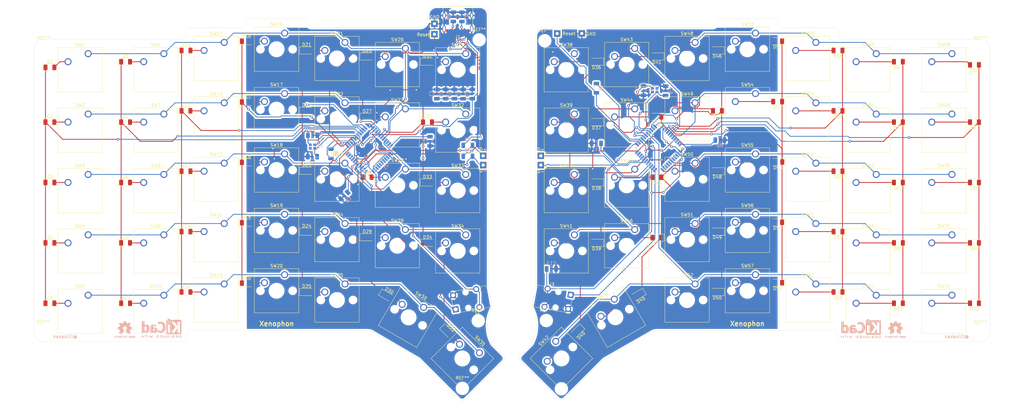
<source format=kicad_pcb>
(kicad_pcb (version 20211014) (generator pcbnew)
  (title_block (title "Xenophon Keyboard") (date "2021-12-15") (rev "2.0") (company "Jesper Fasth"))
  (layers (0 "F.Cu" signal) (31 "B.Cu" signal) (34 "B.Paste" user) (35 "F.Paste" user) (36 "B.SilkS" user "B.Silkscreen") (37 "F.SilkS" user "F.Silkscreen") (38 "B.Mask" user) (39 "F.Mask" user) (44 "Edge.Cuts" user))
  (net 0 "")
  (net 1 "VCC")
  (net 2 "GND")
  (net 3 "Net-(C6-Pad1)")
  (net 4 "Net-(C7-Pad1)")
  (net 5 "Net-(C8-Pad2)")
  (net 6 "Net-(C9-Pad1)")
  (net 7 "Net-(C10-Pad1)")
  (net 8 "Net-(C11-Pad2)")
  (net 9 "Net-(D1-Pad2)")
  (net 10 "/leftButtonSheet/column1")
  (net 11 "Net-(D2-Pad2)")
  (net 12 "Net-(D3-Pad2)")
  (net 13 "Net-(D4-Pad2)")
  (net 14 "Net-(D5-Pad2)")
  (net 15 "Net-(D6-Pad2)")
  (net 16 "/leftButtonSheet/column2")
  (net 17 "Net-(D7-Pad2)")
  (net 18 "Net-(D8-Pad2)")
  (net 19 "Net-(D9-Pad2)")
  (net 20 "Net-(D10-Pad2)")
  (net 21 "Net-(D11-Pad2)")
  (net 22 "/leftButtonSheet/column3")
  (net 23 "Net-(D12-Pad2)")
  (net 24 "Net-(D13-Pad2)")
  (net 25 "Net-(D14-Pad2)")
  (net 26 "Net-(D15-Pad2)")
  (net 27 "Net-(D16-Pad2)")
  (net 28 "/leftButtonSheet/column4")
  (net 29 "Net-(D17-Pad2)")
  (net 30 "Net-(D18-Pad2)")
  (net 31 "Net-(D19-Pad2)")
  (net 32 "Net-(D20-Pad2)")
  (net 33 "Net-(D21-Pad2)")
  (net 34 "/leftButtonSheet/column5")
  (net 35 "Net-(D22-Pad2)")
  (net 36 "Net-(D23-Pad2)")
  (net 37 "Net-(D24-Pad2)")
  (net 38 "Net-(D25-Pad2)")
  (net 39 "Net-(D26-Pad2)")
  (net 40 "/leftButtonSheet/column6")
  (net 41 "Net-(D27-Pad2)")
  (net 42 "Net-(D28-Pad2)")
  (net 43 "Net-(D29-Pad2)")
  (net 44 "Net-(D30-Pad2)")
  (net 45 "Net-(D31-Pad2)")
  (net 46 "/leftButtonSheet/column7")
  (net 47 "Net-(D32-Pad2)")
  (net 48 "Net-(D33-Pad2)")
  (net 49 "Net-(D34-Pad2)")
  (net 50 "Net-(D35-Pad2)")
  (net 51 "Net-(D36-Pad2)")
  (net 52 "/rightButtonSheet/column1")
  (net 53 "Net-(D37-Pad2)")
  (net 54 "Net-(D38-Pad2)")
  (net 55 "Net-(D39-Pad2)")
  (net 56 "Net-(D40-Pad2)")
  (net 57 "Net-(D41-Pad2)")
  (net 58 "/rightButtonSheet/column2")
  (net 59 "Net-(D42-Pad2)")
  (net 60 "Net-(D43-Pad2)")
  (net 61 "Net-(D44-Pad2)")
  (net 62 "Net-(D45-Pad2)")
  (net 63 "Net-(D46-Pad2)")
  (net 64 "/rightButtonSheet/column3")
  (net 65 "Net-(D47-Pad2)")
  (net 66 "Net-(D48-Pad2)")
  (net 67 "Net-(D49-Pad2)")
  (net 68 "Net-(D50-Pad2)")
  (net 69 "Net-(D51-Pad2)")
  (net 70 "/rightButtonSheet/column4")
  (net 71 "Net-(D52-Pad2)")
  (net 72 "Net-(D53-Pad2)")
  (net 73 "Net-(D54-Pad2)")
  (net 74 "Net-(D55-Pad2)")
  (net 75 "Net-(D56-Pad2)")
  (net 76 "/rightButtonSheet/column5")
  (net 77 "Net-(D57-Pad2)")
  (net 78 "Net-(D58-Pad2)")
  (net 79 "Net-(D59-Pad2)")
  (net 80 "Net-(D60-Pad2)")
  (net 81 "Net-(D61-Pad2)")
  (net 82 "/rightButtonSheet/column6")
  (net 83 "Net-(D62-Pad2)")
  (net 84 "Net-(D63-Pad2)")
  (net 85 "Net-(D64-Pad2)")
  (net 86 "Net-(D65-Pad2)")
  (net 87 "Net-(D66-Pad2)")
  (net 88 "/rightButtonSheet/column7")
  (net 89 "Net-(D67-Pad2)")
  (net 90 "Net-(D68-Pad2)")
  (net 91 "Net-(D69-Pad2)")
  (net 92 "Net-(D70-Pad2)")
  (net 93 "Net-(J1-PadB8)")
  (net 94 "Net-(J1-PadB5)")
  (net 95 "Net-(J1-PadA8)")
  (net 96 "Net-(J1-PadA7)")
  (net 97 "Net-(J1-PadA6)")
  (net 98 "Net-(J1-PadA5)")
  (net 99 "Net-(J2-PadR)")
  (net 100 "Net-(J3-PadR)")
  (net 101 "Net-(R1-Pad2)")
  (net 102 "Net-(R4-Pad1)")
  (net 103 "Net-(R6-Pad1)")
  (net 104 "/leftButtonSheet/row1")
  (net 105 "/leftButtonSheet/row2")
  (net 106 "/leftButtonSheet/row3")
  (net 107 "/leftButtonSheet/row4")
  (net 108 "/leftButtonSheet/row5")
  (net 109 "/rightButtonSheet/row1")
  (net 110 "/rightButtonSheet/row2")
  (net 111 "/rightButtonSheet/row3")
  (net 112 "/rightButtonSheet/row4")
  (net 113 "/rightButtonSheet/row5")
  (net 114 "Net-(U1-Pad41)")
  (net 115 "Net-(U1-Pad40)")
  (net 116 "Net-(U1-Pad39)")
  (net 117 "Net-(U1-Pad38)")
  (net 118 "Net-(U1-Pad37)")
  (net 119 "Net-(U1-Pad36)")
  (net 120 "Net-(U1-Pad32)")
  (net 121 "Net-(U1-Pad31)")
  (net 122 "Net-(U1-Pad11)")
  (net 123 "Net-(U1-Pad10)")
  (net 124 "Net-(U1-Pad9)")
  (net 125 "Net-(U2-Pad41)")
  (net 126 "Net-(U2-Pad40)")
  (net 127 "Net-(U2-Pad39)")
  (net 128 "Net-(U2-Pad38)")
  (net 129 "Net-(U2-Pad37)")
  (net 130 "Net-(U2-Pad36)")
  (net 131 "Net-(U2-Pad32)")
  (net 132 "Net-(U2-Pad31)")
  (net 133 "Net-(U2-Pad11)")
  (net 134 "Net-(U2-Pad10)")
  (net 135 "Net-(U2-Pad9)")
  (net 136 "Net-(C10-Pad2)")
  (net 137 "Net-(R5-Pad1)")
  (net 138 "Net-(C12-Pad2)")
  (net 139 "Net-(U1-Pad42)")
  (net 140 "Net-(U2-Pad42)")
  (net 141 "Net-(D+1-Pad1)")
  (net 142 "Net-(D+2-Pad1)")
  (net 143 "Net-(D-1-Pad1)")
  (net 144 "Net-(D-2-Pad1)")
  (footprint "TestPoint:TestPoint_THTPad_2.0x2.0mm_Drill1.0mm" (layer "F.Cu") (at 158.98525 77.333)
    (fp_text reference "D+")
    (fp_text value "TestPoint")
  )
  (footprint "TestPoint:TestPoint_THTPad_2.0x2.0mm_Drill1.0mm" (layer "F.Cu") (at 125.4255 38.979 -90)
    (fp_text reference "Reset")
    (fp_text value "TestPoint")
  )
  (footprint "TestPoint:TestPoint_THTPad_2.0x2.0mm_Drill1.0mm" (layer "F.Cu") (at 125.4255 35.677 -90)
    (fp_text reference "GND")
    (fp_text value "TestPoint")
  )
  (footprint "TestPoint:TestPoint_THTPad_2.0x2.0mm_Drill1.0mm" (layer "F.Cu") (at 171.9 38.725)
    (fp_text reference "GND")
    (fp_text value "TestPoint")
  )
  (footprint "TestPoint:TestPoint_THTPad_2.0x2.0mm_Drill1.0mm" (layer "F.Cu") (at 158.98525 80.254)
    (fp_text reference "D-")
    (fp_text value "TestPoint")
  )
  (footprint "TestPoint:TestPoint_THTPad_2.0x2.0mm_Drill1.0mm" (layer "F.Cu") (at 164.15 38.75)
    (fp_text reference "Reset")
    (fp_text value "TestPoint")
  )
  (footprint "Diode_SMD:D_1206_3216Metric" (layer "F.Cu") (at 47.03775 44.09075)
    (fp_text reference "D11")
    (fp_text value "D")
  )
  (footprint "Diode_SMD:D_1206_3216Metric" (layer "F.Cu") (at 47.03175 63.14075)
    (fp_text reference "D12")
    (fp_text value "D")
  )
  (footprint "Diode_SMD:D_1206_3216Metric" (layer "F.Cu") (at 47.03475 101.24075)
    (fp_text reference "D14")
    (fp_text value "D")
  )
  (footprint "Diode_SMD:D_1206_3216Metric" (layer "F.Cu") (at 47.03475 82.19075)
    (fp_text reference "D13")
    (fp_text value "D")
  )
  (footprint "Diode_SMD:D_1206_3216Metric" (layer "F.Cu") (at 85.13475 82.06375)
    (fp_text reference "D23")
    (fp_text value "D")
  )
  (footprint "Diode_SMD:D_1206_3216Metric" (layer "F.Cu") (at 85.13475 101.24075)
    (fp_text reference "D24")
    (fp_text value "D")
  )
  (footprint "Diode_SMD:D_1206_3216Metric" (layer "F.Cu") (at 66.08475 79.39675)
    (fp_text reference "D18")
    (fp_text value "D")
  )
  (footprint "Diode_SMD:D_1206_3216Metric" (layer "F.Cu") (at 104.18475 45.99575)
    (fp_text reference "D26")
    (fp_text value "D")
  )
  (footprint "Diode_SMD:D_1206_3216Metric" (layer "F.Cu") (at 66.08475 60.34675)
    (fp_text reference "D17")
    (fp_text value "D")
  )
  (footprint "Diode_SMD:D_1206_3216Metric" (layer "F.Cu") (at 27.98475 104.79675)
    (fp_text reference "D9")
    (fp_text value "D")
  )
  (footprint "Diode_SMD:D_1206_3216Metric" (layer "F.Cu") (at 104.18475 103.01875)
    (fp_text reference "D29")
    (fp_text value "D")
  )
  (footprint "Diode_SMD:D_1206_3216Metric" (layer "F.Cu") (at 66.08475 117.49675)
    (fp_text reference "D20")
    (fp_text value "D")
  )
  (footprint "Diode_SMD:D_1206_3216Metric" (layer "F.Cu") (at 4.10575 49.42475)
    (fp_text reference "D1")
    (fp_text value "D")
  )
  (footprint "Diode_SMD:D_1206_3216Metric" (layer "F.Cu") (at 4.10875 66.69675)
    (fp_text reference "D2")
    (fp_text value "D")
  )
  (footprint "Diode_SMD:D_1206_3216Metric" (layer "F.Cu") (at 27.98475 85.74675)
    (fp_text reference "D8")
    (fp_text value "D")
  )
  (footprint "Diode_SMD:D_1206_3216Metric" (layer "F.Cu") (at 104.18475 84.064)
    (fp_text reference "D28")
    (fp_text value "D")
  )
  (footprint "Diode_SMD:D_1206_3216Metric" (layer "F.Cu") (at 4.10875 85.74675)
    (fp_text reference "D3")
    (fp_text value "D")
  )
  (footprint "Diode_SMD:D_1206_3216Metric" (layer "F.Cu") (at 27.98475 123.84675)
    (fp_text reference "D10")
    (fp_text value "D")
  )
  (footprint "Diode_SMD:D_1206_3216Metric" (layer "F.Cu") (at 85.13475 63.14075)
    (fp_text reference "D22")
    (fp_text value "D")
  )
  (footprint "Diode_SMD:D_1206_3216Metric" (layer "F.Cu") (at 104.18475 65.04575)
    (fp_text reference "D27")
    (fp_text value "D")
  )
  (footprint "Diode_SMD:D_1206_3216Metric" (layer "F.Cu") (at 66.08475 41.16975)
    (fp_text reference "D16")
    (fp_text value "D")
  )
  (footprint "Diode_SMD:D_1206_3216Metric" (layer "F.Cu") (at 4.10875 104.79675)
    (fp_text reference "D4")
    (fp_text value "D")
  )
  (footprint "Diode_SMD:D_1206_3216Metric" (layer "F.Cu") (at 123.23475 47.64675)
    (fp_text reference "D31")
    (fp_text value "D")
  )
  (footprint "Diode_SMD:D_1206_3216Metric" (layer "F.Cu") (at 4.10875 123.84675)
    (fp_text reference "D5")
    (fp_text value "D")
  )
  (footprint "Diode_SMD:D_1206_3216Metric" (layer "F.Cu") (at 66.08475 98.44675)
    (fp_text reference "D19")
    (fp_text value "D")
  )
  (footprint "Diode_SMD:D_1206_3216Metric" (layer "F.Cu") (at 27.98475 47.64675)
    (fp_text reference "D6")
    (fp_text value "D")
  )
  (footprint "Diode_SMD:D_1206_3216Metric" (layer "F.Cu") (at 27.98475 66.69675)
    (fp_text reference "D7")
    (fp_text value "D")
  )
  (footprint "Diode_SMD:D_1206_3216Metric" (layer "F.Cu") (at 47.03475 120.29075)
    (fp_text reference "D15")
    (fp_text value "D")
  )
  (footprint "Diode_SMD:D_1206_3216Metric" (layer "F.Cu") (at 85.13475 44.09075)
    (fp_text reference "D21")
    (fp_text value "D")
  )
  (footprint "Diode_SMD:D_1206_3216Metric" (layer "F.Cu") (at 85.13475 120.29075)
    (fp_text reference "D25")
    (fp_text value "D")
  )
  (footprint "Diode_SMD:D_1206_3216Metric" (layer "F.Cu") (at 110.28075 121.43375 -30)
    (fp_text reference "D30")
    (fp_text value "D")
  )
  (footprint "XenophonFootprintLibrary:SW_Cherry_MX_1.00u_PCB" (layer "F.Cu") (at 78.14975 76.72975)
    (fp_text reference "SW18")
    (fp_text value "SW_Push")
  )
  (footprint "XenophonFootprintLibrary:SW_Cherry_MX_1.00u_PCB" (layer "F.Cu") (at 59.09975 117.75075)
    (fp_text reference "SW15")
    (fp_text value "SW_Push")
  )
  (footprint "XenophonFootprintLibrary:SW_Cherry_MX_1.00u_PCB" (layer "F.Cu") (at 59.09975 41.55075)
    (fp_text reference "SW11")
    (fp_text value "SW_Push")
  )
  (footprint "XenophonFootprintLibrary:SW_Cherry_MX_1.00u_PCB" (layer "F.Cu") (at 78.14975 95.77975)
    (fp_text reference "SW19")
    (fp_text value "SW_Push")
  )
  (footprint "XenophonFootprintLibrary:SW_Cherry_MX_1.00u_PCB" (layer "F.Cu") (at 78.14975 114.82975)
    (fp_text reference "SW20")
    (fp_text value "SW_Push")
  )
  (footprint "XenophonFootprintLibrary:SW_Cherry_MX_1.00u_PCB" (layer "F.Cu") (at 78.14975 57.67975)
    (fp_text reference "SW17")
    (fp_text value "SW_Push")
  )
  (footprint "XenophonFootprintLibrary:SW_Cherry_MX_1.00u_PCB" (layer "F.Cu") (at 116.24975 81.55575)
    (fp_text reference "SW28")
    (fp_text value "SW_Push")
  )
  (footprint "XenophonFootprintLibrary:SW_Cherry_MX_1.00u_PCB" (layer "F.Cu") (at 116.24975 62.50575)
    (fp_text reference "SW27")
    (fp_text value "SW_Push")
  )
  (footprint "XenophonFootprintLibrary:SW_Cherry_MX_1.00u_PCB" (layer "F.Cu") (at 116.24975 100.60575)
    (fp_text reference "SW29")
    (fp_text value "SW_Push")
  )
  (footprint "XenophonFootprintLibrary:SW_Cherry_MX_1.00u_PCB" (layer "F.Cu") (at 97.19975 79.65075)
    (fp_text reference "SW23")
    (fp_text value "SW_Push")
  )
  (footprint "XenophonFootprintLibrary:SW_Cherry_MX_1.00u_PCB" (layer "F.Cu") (at 97.19975 117.75075)
    (fp_text reference "SW25")
    (fp_text value "SW_Push")
  )
  (footprint "XenophonFootprintLibrary:SW_Cherry_MX_1.00u_PCB" (layer "F.Cu") (at 40.04975 102.25675)
    (fp_text reference "SW9")
    (fp_text value "SW_Push")
  )
  (footprint "XenophonFootprintLibrary:SW_Cherry_MX_1.00u_PCB" (layer "F.Cu") (at 40.04975 121.30675)
    (fp_text reference "SW10")
    (fp_text value "SW_Push")
  )
  (footprint "XenophonFootprintLibrary:SW_Cherry_MX_1.00u_PCB" (layer "F.Cu") (at 59.09975 60.60075)
    (fp_text reference "SW12")
    (fp_text value "SW_Push")
  )
  (footprint "XenophonFootprintLibrary:SW_Cherry_MX_1.00u_PCB" (layer "F.Cu") (at 97.19975 60.60075)
    (fp_text reference "SW22")
    (fp_text value "SW_Push")
  )
  (footprint "XenophonFootprintLibrary:SW_Cherry_MX_1.00u_PCB" (layer "F.Cu") (at 97.19975 98.70075)
    (fp_text reference "SW24")
    (fp_text value "SW_Push")
  )
  (footprint "XenophonFootprintLibrary:SW_Cherry_MX_1.00u_PCB" (layer "F.Cu") (at 59.09975 79.65075)
    (fp_text reference "SW13")
    (fp_text value "SW_Push")
  )
  (footprint "XenophonFootprintLibrary:SW_Cherry_MX_1.00u_PCB" (layer "F.Cu") (at 59.09975 98.70075)
    (fp_text reference "SW14")
    (fp_text value "SW_Push")
  )
  (footprint "MountingHole:MountingHole_3.2mm_M3_ISO7380" (layer "F.Cu") (at 165.46576 150.8379)
    (fp_text reference "REF**" hide)
    (fp_text value "MountingHole_2.7mm_M2.5_ISO7380")
  )
  (footprint "Diode_SMD:D_1206_3216Metric" (layer "F.Cu") (at 189.681564 121.24475 -150)
    (fp_text reference "D45")
    (fp_text value "D")
  )
  (footprint "XenophonFootprintLibrary:SW_Cherry_MX_1.00u_PCB" (layer "F.Cu") (at 169.558 102.25675)
    (fp_text reference "SW41")
    (fp_text value "SW_Push")
  )
  (footprint "XenophonFootprintLibrary:SW_Cherry_MX_1.00u_PCB" (layer "F.Cu") (at 163.697949 135.857596 45)
    (fp_text reference "SW42")
    (fp_text value "SW_Push")
  )
  (footprint "XenophonFootprintLibrary:SW_Cherry_MX_1.00u_PCB" (layer "F.Cu") (at 188.608 62.50575)
    (fp_text reference "SW44")
    (fp_text value "SW_Push")
  )
  (footprint "XenophonFootprintLibrary:SW_Cherry_MX_1.00u_PCB" (layer "F.Cu") (at 122.005455 125.162341 -30)
    (fp_text reference "SW30")
    (fp_text value "SW_Push")
  )
  (footprint "XenophonFootprintLibrary:SW_Cherry_MX_1.00u_PCB" (layer "F.Cu") (at 169.558 45.10675)
    (fp_text reference "SW38")
    (fp_text value "SW_Push")
  )
  (footprint "XenophonFootprintLibrary:SW_Cherry_MX_1.00u_PCB" (layer "F.Cu") (at 135.29975 45.10675)
    (fp_text reference "SW31")
    (fp_text value "SW_Push")
  )
  (footprint "XenophonFootprintLibrary:SW_Cherry_MX_1.00u_PCB" (layer "F.Cu") (at 135.29975 102.25675)
    (fp_text reference "SW34")
    (fp_text value "SW_Push")
  )
  (footprint "XenophonFootprintLibrary:SW_Cherry_MX_1.00u_PCB" (layer "F.Cu") (at 135.29975 64.15675)
    (fp_text reference "SW32")
    (fp_text value "SW_Push")
  )
  (footprint "XenophonFootprintLibrary:SW_Cherry_MX_1.00u_PCB" (layer "F.Cu") (at 139.61775 139.46775 -45)
    (fp_text reference "SW35")
    (fp_text value "SW_Push")
  )
  (footprint "XenophonFootprintLibrary:SW_Cherry_MX_1.00u_PCB" (layer "F.Cu") (at 169.558 64.15675)
    (fp_text reference "SW39")
    (fp_text value "SW_Push")
  )
  (footprint "Diode_SMD:D_1206_3216Metric" (layer "F.Cu") (at 295.796 85.74675 180)
    (fp_text reference "D68")
    (fp_text value "D")
  )
  (footprint "XenophonFootprintLibrary:SW_Cherry_MX_1.00u_PCB" (layer "F.Cu") (at 135.29975 83.20675)
    (fp_text reference "SW33")
    (fp_text value "SW_Push")
  )
  (footprint "XenophonFootprintLibrary:USB_C_Receptacle_HRO_TYPE-C-31-M-12" (layer "F.Cu") (at 132.82325 34.12125 180)
    (fp_text reference "J1")
    (fp_text value "USB_C_Receptacle")
  )
  (footprint "Diode_SMD:D_1206_3216Metric" (layer "F.Cu") (at 252.74 120.29075 180)
    (fp_text reference "D60")
    (fp_text value "D")
  )
  (footprint "XenophonFootprintLibrary:SW_Cherry_MX_1.00u_PCB" (layer "F.Cu") (at 226.708 38.62975)
    (fp_text reference "SW53")
    (fp_text value "SW_Push")
  )
  (footprint "XenophonFootprintLibrary:SW_Cherry_MX_1.00u_PCB" (layer "F.Cu") (at 226.708 76.72975)
    (fp_text reference "SW55")
    (fp_text value "SW_Push")
  )
  (footprint "XenophonFootprintLibrary:SW_Cherry_MX_1.00u_PCB" (layer "F.Cu") (at 226.708 95.77975)
    (fp_text reference "SW56")
    (fp_text value "SW_Push")
  )
  (footprint "XenophonFootprintLibrary:SW_Cherry_MX_1.00u_PCB" (layer "F.Cu") (at 182.171705 122.57675 30)
    (fp_text reference "SW47")
    (fp_text value "SW_Push")
  )
  (footprint "XenophonFootprintLibrary:SW_Cherry_MX_1.00u_PCB" (layer "F.Cu") (at 245.758 117.75075)
    (fp_text reference "SW62")
    (fp_text value "SW_Push")
  )
  (footprint "XenophonFootprintLibrary:SW_Cherry_MX_1.00u_PCB" (layer "F.Cu") (at 245.758 79.65075)
    (fp_text reference "SW60")
    (fp_text value "SW_Push")
  )
  (footprint "XenophonFootprintLibrary:SW_Cherry_MX_1.00u_PCB" (layer "F.Cu") (at 245.758 98.70075)
    (fp_text reference "SW61")
    (fp_text value "SW_Push")
  )
  (footprint "XenophonFootprintLibrary:SW_Cherry_MX_1.00u_PCB" (layer "F.Cu") (at 264.808 45.10675)
    (fp_text reference "SW63")
    (fp_text value "SW_Push")
  )
  (footprint "XenophonFootprintLibrary:SW_Cherry_MX_1.00u_PCB" (layer "F.Cu") (at 245.758 60.60075)
    (fp_text reference "SW59")
    (fp_text value "SW_Push")
  )
  (footprint "XenophonFootprintLibrary:SW_Cherry_MX_1.00u_PCB" (layer "F.Cu") (at 207.658 98.70075)
    (fp_text reference "SW51")
    (fp_text value "SW_Push")
  )
  (footprint "XenophonFootprintLibrary:SW_Cherry_MX_1.00u_PCB" (layer "F.Cu") (at 207.658 60.60075)
    (fp_text reference "SW49")
    (fp_text value "SW_Push")
  )
  (footprint "XenophonFootprintLibrary:SW_Cherry_MX_1.00u_PCB" (layer "F.Cu") (at 245.758 41.55075)
    (fp_text reference "SW58")
    (fp_text value "SW_Push")
  )
  (footprint "XenophonFootprintLibrary:SW_Cherry_MX_1.00u_PCB" (layer "F.Cu") (at 188.608 100.60575)
    (fp_text reference "SW46")
    (fp_text value "SW_Push")
  )
  (footprint "XenophonFootprintLibrary:SW_Cherry_MX_1.00u_PCB" (layer "F.Cu") (at 207.658 117.75075)
    (fp_text reference "SW52")
    (fp_text value "SW_Push")
  )
  (footprint "XenophonFootprintLibrary:SW_Cherry_MX_1.00u_PCB" (layer "F.Cu") (at 226.708 57.67975)
    (fp_text reference "SW54")
    (fp_text value "SW_Push")
  )
  (footprint "XenophonFootprintLibrary:SW_Cherry_MX_1.00u_PCB" (layer "F.Cu") (at 207.658 41.55075)
    (fp_text reference "SW48")
    (fp_text value "SW_Push")
  )
  (footprint "XenophonFootprintLibrary:SW_Cherry_MX_1.00u_PCB" (layer "F.Cu") (at 207.658 79.65075)
    (fp_text reference "SW50")
    (fp_text value "SW_Push")
  )
  (footprint "XenophonFootprintLibrary:SW_Cherry_MX_1.00u_PCB" (layer "F.Cu") (at 226.708 114.82975)
    (fp_text reference "SW57")
    (fp_text value "SW_Push")
  )
  (footprint "XenophonFootprintLibrary:SW_Cherry_MX_1.50u_PCB" (layer "F.Cu") (at 288.684 102.25675)
    (fp_text reference "SW71")
    (fp_text value "SW_Push")
  )
  (footprint "XenophonFootprintLibrary:SW_Cherry_MX_1.00u_PCB" (layer "F.Cu") (at 116.2561 43.4494)
    (fp_text reference "SW26")
    (fp_text value "SW_Push")
  )
  (footprint "TestPoint:TestPoint_THTPad_2.0x2.0mm_Drill1.0mm" (layer "F.Cu") (at 140.7925 80.254)
    (fp_text reference "D-")
    (fp_text value "TestPoint")
  )
  (footprint "XenophonFootprintLibrary:SW_Cherry_MX_1.00u_PCB" (layer "F.Cu") (at 78.14975 38.62975)
    (fp_text reference "SW16")
    (fp_text value "SW_Push")
  )
  (footprint "XenophonFootprintLibrary:SW_Cherry_MX_1.00u_PCB" (layer "F.Cu") (at 264.808 121.30675)
    (fp_text reference "SW67")
    (fp_text value "SW_Push")
  )
  (footprint "XenophonFootprintLibrary:SW_Cherry_MX_1.50u_PCB" (layer "F.Cu") (at 288.684 45.10675)
    (fp_text reference "SW68")
    (fp_text value "SW_Push")
  )
  (footprint "XenophonFootprintLibrary:SW_Cherry_MX_1.50u_PCB" (layer "F.Cu") (at 288.684 64.15675)
    (fp_text reference "SW69")
    (fp_text value "SW_Push")
  )
  (footprint "XenophonFootprintLibrary:SW_Cherry_MX_1.50u_PCB" (layer "F.Cu") (at 288.684 83.20675)
    (fp_text reference "SW70")
    (fp_text value "SW_Push")
  )
  (footprint "XenophonFootprintLibrary:SW_Cherry_MX_1.00u_PCB" (layer "F.Cu") (at 264.808 64.15675)
    (fp_text reference "SW64")
    (fp_text value "SW_Push")
  )
  (footprint "XenophonFootprintLibrary:SW_Cherry_MX_1.00u_PCB" (layer "F.Cu") (at 264.808 102.25675)
    (fp_text reference "SW66")
    (fp_text value "SW_Push")
  )
  (footprint "XenophonFootprintLibrary:SW_Cherry_MX_1.50u_PCB" (layer "F.Cu") (at 288.684 121.30675)
    (fp_text reference "SW72")
    (fp_text value "SW_Push")
  )
  (footprint "XenophonFootprintLibrary:SW_Cherry_MX_1.00u_PCB" (layer "F.Cu") (at 188.60165 43.4494)
    (fp_text reference "SW43")
    (fp_text value "SW_Push")
  )
  (footprint "TestPoint:TestPoint_THTPad_2.0x2.0mm_Drill1.0mm" (layer "F.Cu") (at 140.7925 77.333)
    (fp_text reference "D+")
    (fp_text value "TestPoint")
  )
  (footprint "XenophonFootprintLibrary:SW_Cherry_MX_1.00u_PCB" (layer "F.Cu") (at 264.808 83.20675)
    (fp_text reference "SW65")
    (fp_text value "SW_Push")
  )
  (footprint "XenophonFootprintLibrary:SW_Cherry_MX_1.00u_PCB" (layer "F.Cu") (at 188.608 81.55575)
    (fp_text reference "SW45")
    (fp_text value "SW_Push")
  )
  (footprint "XenophonFootprintLibrary:SW_Cherry_MX_1.00u_PCB" (layer "F.Cu") (at 97.19975 41.55075)
    (fp_text reference "SW21")
    (fp_text value "SW_Push")
  )
  (footprint "XenophonFootprintLibrary:SW_Cherry_MX_1.50u_PCB" (layer "F.Cu") (at 16.17375 64.15675)
    (fp_text reference "SW2")
    (fp_text value "SW_Push")
  )
  (footprint "XenophonFootprintLibrary:SW_Cherry_MX_1.00u_PCB" (layer "F.Cu") (at 40.04975 45.10675)
    (fp_text reference "SW6")
    (fp_text value "SW_Push")
  )
  (footprint "XenophonFootprintLibrary:SW_Cherry_MX_1.50u_PCB" (layer "F.Cu") (at 16.17375 45.10675)
    (fp_text reference "SW1")
    (fp_text value "SW_Push")
  )
  (footprint "XenophonFootprintLibrary:SW_Cherry_MX_1.50u_PCB" (layer "F.Cu") (at 16.17375 83.20675)
    (fp_text reference "SW3")
    (fp_text value "SW_Push")
  )
  (footprint "XenophonFootprintLibrary:SW_Cherry_MX_1.50u_PCB" (layer "F.Cu") (at 16.17375 102.25675)
    (fp_text reference "SW4")
    (fp_text value "SW_Push")
  )
  (footprint "XenophonFootprintLibrary:SW_Cherry_MX_1.50u_PCB" (layer "F.Cu") (at 16.17375 121.30675)
    (fp_text reference "SW5")
    (fp_text value "SW_Push")
  )
  (footprint "XenophonFootprintLibrary:Jack_3.5mm_Switronic_ST-005-G_horizontal" (layer "F.Cu") (at 138.1255 122.418 -170)
    (fp_text reference "J2")
    (fp_text value "AudioJack3")
  )
  (footprint "XenophonFootprintLibrary:Jack_3.5mm_Switronic_ST-005-G_horizontal" (layer "F.Cu") (at 161.616637 122.291 -10)
    (fp_text reference "J3")
    (fp_text value "AudioJack3")
  )
  (footprint "XenophonFootprintLibrary:SW_Cherry_MX_1.00u_PCB" (layer "F.Cu") (at 40.04975 83.20675)
    (fp_text reference "SW8")
    (fp_text value "SW_Push")
  )
  (footprint "XenophonFootprintLibrary:SW_Cherry_MX_1.00u_PCB" (layer "F.Cu") (at 40.04975 64.15675)
    (fp_text reference "SW7")
    (fp_text value "SW_Push")
  )
  (footprint "Diode_SMD:D_1206_3216Metric" (layer "F.Cu") (at 123.23475 66.69675)
    (fp_text reference "D32")
    (fp_text value "D")
  )
  (footprint "Diode_SMD:D_1206_3216Metric" (layer "F.Cu") (at 123.23475 85.74675)
    (fp_text reference "D33")
    (fp_text value "D")
  )
  (footprint "Diode_SMD:D_1206_3216Metric" (layer "F.Cu") (at 214.643 101.24075 180)
    (fp_text reference "D49")
    (fp_text value "D")
  )
  (footprint "Diode_SMD:D_1206_3216Metric" (layer "F.Cu") (at 214.643 120.29075 180)
    (fp_text reference "D50")
    (fp_text value "D")
  )
  (footprint "Diode_SMD:D_1206_3216Metric" (layer "F.Cu") (at 214.643 44.09075 180)
    (fp_text reference "D46")
    (fp_text value "D")
  )
  (footprint "Diode_SMD:D_1206_3216Metric" (layer "F.Cu") (at 129.45775 132.73675 -45)
    (fp_text reference "D35")
    (fp_text value "D")
  )
  (footprint "Diode_SMD:D_1206_3216Metric" (layer "F.Cu") (at 176.543 104.79675 180)
    (fp_text reference "D39")
    (fp_text value "D")
  )
  (footprint "Diode_SMD:D_1206_3216Metric" (layer "F.Cu") (at 123.23475 104.79675)
    (fp_text reference "D34")
    (fp_text value "D")
  )
  (footprint "Diode_SMD:D_1206_3216Metric" (layer "F.Cu") (at 170.447 132.73675 -135)
    (fp_text reference "D40")
    (fp_text value "D")
  )
  (footprint "Diode_SMD:D_1206_3216Metric" (layer "F.Cu") (at 176.543 85.74675 180)
    (fp_text reference "D38")
    (fp_text value "D")
  )
  (footprint "Diode_SMD:D_1206_3216Metric" (layer "F.Cu") (at 195.593 103.14575 180)
    (fp_text reference "D44")
    (fp_text value "D")
  )
  (footprint "Diode_SMD:D_1206_3216Metric" (layer "F.Cu") (at 214.643 82.19075 180)
    (fp_text reference "D48")
    (fp_text value "D")
  )
  (footprint "Diode_SMD:D_1206_3216Metric" (layer "F.Cu") (at 176.543 47.64675 180)
    (fp_text reference "D36")
    (fp_text value "D")
  )
  (footprint "Diode_SMD:D_1206_3216Metric" (layer "F.Cu") (at 176.543 66.69675 180)
    (fp_text reference "D37")
    (fp_text value "D")
  )
  (footprint "Diode_SMD:D_1206_3216Metric" (layer "F.Cu") (at 214.7065 63.14075 180)
    (fp_text reference "D47")
    (fp_text value "D")
  )
  (footprint "Diode_SMD:D_1206_3216Metric" (layer "F.Cu") (at 195.593 45.99575 180)
    (fp_text reference "D41")
    (fp_text value "D")
  )
  (footprint "Diode_SMD:D_1206_3216Metric" (layer "F.Cu") (at 195.593 65.04575 180)
    (fp_text reference "D42")
    (fp_text value "D")
  )
  (footprint "Diode_SMD:D_1206_3216Metric" (layer "F.Cu") (at 195.593 84.09575 180)
    (fp_text reference "D43")
    (fp_text value "D")
  )
  (footprint "Diode_SMD:D_1206_3216Metric" (layer "F.Cu") (at 295.796 48.631 180)
    (fp_text reference "D66")
    (fp_text value "D")
  )
  (footprint "Diode_SMD:D_1206_3216Metric" (layer "F.Cu") (at 233.69 41.16975 180)
    (fp_text reference "D51")
    (fp_text value "D")
  )
  (footprint "Diode_SMD:D_1206_3216Metric" (layer "F.Cu") (at 271.793 47.64675 180)
    (fp_text reference "D61")
    (fp_text value "D")
  )
  (footprint "Diode_SMD:D_1206_3216Metric" (layer "F.Cu") (at 295.796 104.79675 180)
    (fp_text reference "D69")
    (fp_text value "D")
  )
  (footprint "Diode_SMD:D_1206_3216Metric" (layer "F.Cu") (at 233.693 60.21975 180)
    (fp_text reference "D52")
    (fp_text value "D")
  )
  (footprint "Diode_SMD:D_1206_3216Metric" (layer "F.Cu") (at 233.7535 79.26975 180)
    (fp_text reference "D53")
    (fp_text value "D")
  )
  (footprint "Diode_SMD:D_1206_3216Metric" (layer "F.Cu") (at 233.693 98.31975 180)
    (fp_text reference "D54")
    (fp_text value "D")
  )
  (footprint "Diode_SMD:D_1206_3216Metric" (layer "F.Cu") (at 271.793 66.69675 180)
    (fp_text reference "D62")
    (fp_text value "D")
  )
  (footprint "Diode_SMD:D_1206_3216Metric" (layer "F.Cu") (at 252.743 44.09075 180)
    (fp_text reference "D56")
    (fp_text value "D")
  )
  (footprint "Diode_SMD:D_1206_3216Metric" (layer "F.Cu") (at 252.743 101.24075 180)
    (fp_text reference "D59")
    (fp_text value "D")
  )
  (footprint "Diode_SMD:D_1206_3216Metric" (layer "F.Cu") (at 271.793 123.84675 180)
    (fp_text reference "D65")
    (fp_text value "D")
  )
  (footprint "Diode_SMD:D_1206_3216Metric" (layer "F.Cu") (at 295.796 66.69675 180)
    (fp_text reference "D67")
    (fp_text value "D")
  )
  (footprint "Diode_SMD:D_1206_3216Metric" (layer "F.Cu") (at 295.796 123.84675 180)
    (fp_text reference "D70")
    (fp_text value "D")
  )
  (footprint "Diode_SMD:D_1206_3216Metric" (layer "F.Cu") (at 271.79 85.74675 180)
    (fp_text reference "D63")
    (fp_text value "D")
  )
  (footprint "Diode_SMD:D_1206_3216Metric" (layer "F.Cu") (at 271.793 104.79675 180)
    (fp_text reference "D64")
    (fp_text value "D")
  )
  (footprint "Diode_SMD:D_1206_3216Metric" (layer "F.Cu") (at 233.693 117.36975 180)
    (fp_text reference "D55")
    (fp_text value "D")
  )
  (footprint "Diode_SMD:D_1206_3216Metric" (layer "F.Cu") (at 252.743 63.14075 180)
    (fp_text reference "D57")
    (fp_text value "D")
  )
  (footprint "Diode_SMD:D_1206_3216Metric" (layer "F.Cu") (at 252.743 82.19075 180)
    (fp_text reference "D58")
    (fp_text value "D")
  )
  (footprint "XenophonFootprintLibrary:SW_Cherry_MX_1.00u_PCB" (layer "F.Cu") (at 169.558 83.20675)
    (fp_text reference "SW40")
    (fp_text value "SW_Push")
  )
  (footprint "MountingHole:MountingHole_2.7mm_M2.5_ISO7380" (layer "F.Cu") (at 139.24788 129.39014)
    (fp_text reference "REF**")
    (fp_text value "MountingHole_2.7mm_M2.5_ISO7380")
  )
  (footprint "MountingHole:MountingHole_2.7mm_M2.5_ISO7380" (layer "F.Cu") (at 134.22884 150.69312)
    (fp_text reference "REF**")
    (fp_text value "MountingHole_2.7mm_M2.5_ISO7380")
  )
  (footprint "MountingHole:MountingHole_2.7mm_M2.5_ISO7380" (layer "F.Cu") (at 160.72104 129.30378)
    (fp_text reference "REF**")
    (fp_text value "MountingHole_2.7mm_M2.5_ISO7380")
  )
  (footprint "MountingHole:MountingHole_2.7mm_M2.5_ISO7380" (layer "F.Cu") (at 297.7134 133.096)
    (fp_text reference "REF**")
    (fp_text value "MountingHole_2.7mm_M2.5_ISO7380")
  )
  (footprint "MountingHole:MountingHole_2.7mm_M2.5_ISO7380" (layer "F.Cu") (at 2.0828 43.38574)
    (fp_text reference "REF**")
    (fp_text value "MountingHole_2.7mm_M2.5_ISO7380")
  )
  (footprint "MountingHole:MountingHole_2.7mm_M2.5_ISO7380" (layer "F.Cu") (at 297.6753 43.40352)
    (fp_text reference "REF**")
    (fp_text value "MountingHole_2.7mm_M2.5_ISO7380")
  )
  (footprint "MountingHole:MountingHole_2.7mm_M2.5_ISO7380" (layer "F.Cu") (at 160.23844 41.03116)
    (fp_text reference "REF**")
    (fp_text value "MountingHole_2.7mm_M2.5_ISO7380")
  )
  (footprint "MountingHole:MountingHole_2.7mm_M2.5_ISO7380" (layer "F.Cu") (at 139.53744 40.75)
    (fp_text reference "REF**")
    (fp_text value "MountingHole_2.7mm_M2.5_ISO7380")
  )
  (footprint "MountingHole:MountingHole_2.7mm_M2.5_ISO7380" (layer "F.Cu") (at 2.08026 133.11632)
    (fp_text reference "REF**")
    (fp_text value "MountingHole_2.7mm_M2.5_ISO7380")
  )
  (footprint "Symbol:OSHW-Logo2_7.3x6mm_SilkScreen" (layer "B.Cu") (at 27.7495 132.207 180)
    (fp_text reference "REF**" hide)
    (fp_text value "OSHW-Logo2_7.3x6mm_SilkScreen" hide)
  )
  (footprint "Symbol:OSHW-Logo2_7.3x6mm_SilkScreen" (layer "B.Cu") (at 270.891 132.207 180)
    (fp_text reference "REF**" hide)
    (fp_text value "OSHW-Logo2_7.3x6mm_SilkScreen" hide)
  )
  (footprint "Symbol:KiCad-Logo2_5mm_SilkScreen" (layer "B.Cu") (at 39.3065 131.699 180)
    (fp_text reference "REF**" hide)
    (fp_text value "KiCad-Logo2_5mm_SilkScreen" hide)
  )
  (footprint "Symbol:KiCad-Logo2_5mm_SilkScreen" (layer "B.Cu") (at 259.969 131.826 180)
    (fp_text reference "REF**" hide)
    (fp_text value "KiCad-Logo2_5mm_SilkScreen" hide)
  )
  (footprint "Capacitor_SMD:C_1206_3216Metric" (layer "B.Cu") (at 126.1875 57.853 -90)
    (fp_text reference "C1")
    (fp_text value "0.1u")
  )
  (footprint "Capacitor_SMD:C_1206_3216Metric" (layer "B.Cu") (at 128.94975 57.8385 -90)
    (fp_text reference "C2")
    (fp_text value "0.1u")
  )
  (footprint "Capacitor_SMD:C_1206_3216Metric" (layer "B.Cu") (at 137.3635 57.8385 -90)
    (fp_text reference "C5")
    (fp_text value "4.7u")
  )
  (footprint "Capacitor_SMD:C_1206_3216Metric" (layer "B.Cu") (at 131.712 57.8385 -90)
    (fp_text reference "C3")
    (fp_text value "0.1u")
  )
  (footprint "Crystal:Crystal_SMD_2016-4Pin_2.0x1.6mm" (layer "B.Cu") (at 86.9445 74.412 180)
    (fp_text reference "Y1")
    (fp_text value "Crystal")
  )
  (footprint "Capacitor_SMD:C_1206_3216Metric" (layer "B.Cu") (at 86.9935 70.856)
    (fp_text reference "C6")
    (fp_text value "18p")
  )
  (footprint "Capacitor_SMD:C_1206_3216Metric" (layer "B.Cu") (at 134.4425 57.853 -90)
    (fp_text reference "C4")
    (fp_text value "0.1u")
  )
  (footprint "Crystal:Crystal_SMD_2016-4Pin_2.0x1.6mm" (layer "B.Cu") (at 194.92625 56.632)
    (fp_text reference "Y2")
    (fp_text value "Crystal")
  )
  (footprint "Capacitor_SMD:C_1206_3216Metric" (layer "B.Cu") (at 191.37025 56.759 -90)
    (fp_text reference "C10")
    (fp_text value "18p")
  )
  (footprint "Capacitor_SMD:C_1206_3216Metric" (layer "B.Cu") (at 96.9775 89.906 45)
    (fp_text reference "C8")
    (fp_text value "1u")
  )
  (footprint "Capacitor_SMD:C_1206_3216Metric" (layer "B.Cu") (at 86.9445 77.587 180)
    (fp_text reference "C7")
    (fp_text value "18p")
  )
  (footprint "Capacitor_SMD:C_1206_3216Metric" (layer "B.Cu") (at 198.35525 56.837 90)
    (fp_text reference "C9")
    (fp_text value "18p")
  )
  (footprint "Capacitor_SMD:C_1206_3216Metric" (layer "B.Cu") (at 176.51125 73.396)
    (fp_text reference "C11")
    (fp_text value "1u")
  )
  (footprint "Capacitor_SMD:C_1206_3216Metric" (layer "B.Cu") (at 162.319 113.02 180)
    (fp_text reference "C12")
    (fp_text value "0.1u")
  )
  (footprint "Package_QFP:TQFP-44_10x10mm_P0.8mm" (layer "B.Cu") (at 104.8515 75.428 45)
    (fp_text reference "U1")
    (fp_text value "ATmega32U4-AU")
  )
  (footprint "Package_QFP:TQFP-44_10x10mm_P0.8mm" (layer "B.Cu") (at 196.19625 74.92 45)
    (fp_text reference "U2")
    (fp_text value "ATmega32U4-AU")
  )
  (footprint "Resistor_SMD:R_1206_3216Metric" (layer "B.Cu") (at 92.7865 76.698 90)
    (fp_text reference "R1")
    (fp_text value "10k")
  )
  (footprint "Resistor_SMD:R_1206_3216Metric" (layer "B.Cu") (at 135.9665 77.46 180)
    (fp_text reference "R2")
    (fp_text value "22")
  )
  (footprint "Resistor_SMD:R_1206_3216Metric" (layer "B.Cu") (at 135.9665 74.031 180)
    (fp_text reference "R3")
    (fp_text value "22")
  )
  (footprint "Resistor_SMD:R_1206_3216Metric" (layer "B.Cu") (at 124.0285 72.761 -90)
    (fp_text reference "R4")
    (fp_text value "10k")
  )
  (footprint "Resistor_SMD:R_1206_3216Metric" (layer "B.Cu") (at 134.09325 33.48625 -90)
    (fp_text reference "R7")
    (fp_text value "5.1k")
  )
  (footprint "Resistor_SMD:R_1206_3216Metric" (layer "B.Cu") (at 215.50025 72.38)
    (fp_text reference "R6")
    (fp_text value "10k")
  )
  (footprint "Resistor_SMD:R_1206_3216Metric" (layer "B.Cu") (at 176.51125 55.997 90)
    (fp_text reference "R5")
    (fp_text value "10k")
  )
  (footprint "Resistor_SMD:R_1206_3216Metric" (layer "B.Cu") (at 131.36275 33.48625 -90)
    (fp_text reference "R8")
    (fp_text value "5.1k")
  )
  (gr_arc (start 123.393519 32.893) (mid 124.171114 31.000685) (end 126.0605 30.216) (layer "Edge.Cuts") (width 0.05))
  (gr_arc (start 139.7765 30.215981) (mid 141.665899 31.000672) (end 142.4435 32.893) (layer "Edge.Cuts") (width 0.05))
  (gr_line (start 139.7765 30.216) (end 126.0605 30.216) (layer "Edge.Cuts") (width 0.05))
  (gr_line (start 48.4635 132.451) (end 66.2435 132.451) (layer "Edge.Cuts") (width 0.05))
  (gr_line (start 142.4435 118.989) (end 143.5865 125.085) (layer "Edge.Cuts") (width 0.05))
  (gr_line (start -0.8125 43.17) (end -0.8125 133.34) (layer "Edge.Cuts") (width 0.05))
  (gr_line (start 142.4435 41.138) (end 142.4435 38.725) (layer "Edge.Cuts") (width 0.05))
  (gr_line (start 47.1935 134.737) (end 47.1935 133.721) (layer "Edge.Cuts") (width 0.05))
  (gr_line (start 46.9395 38.217) (end 46.9395 39.233) (layer "Edge.Cuts") (width 0.05))
  (gr_line (start 135.2045 154.041) (end 147.0155 142.23) (layer "Edge.Cuts") (width 0.05))
  (gr_line (start 85.0395 132.451) (end 97.422 132.451) (layer "Edge.Cuts") (width 0.05))
  (gr_line (start 142.4435 116.195) (end 142.4435 41.138) (layer "Edge.Cuts") (width 0.05))
  (gr_line (start 45.6695 40.503) (end 11.189 40.503) (layer "Edge.Cuts") (width 0.05))
  (gr_line (start 66.2435 132.451) (end 85.0395 132.451) (layer "Edge.Cuts") (width 0.05))
  (gr_line (start 64.7195 36.947) (end 59.322 36.947) (layer "Edge.Cuts") (width 0.05))
  (gr_line (start 157.33425 116.068) (end 157.33425 116.957) (layer "Edge.Cuts") (width 0.05))
  (gr_line (start 142.4435 116.957) (end 142.4435 118.989) (layer "Edge.Cuts") (width 0.05))
  (gr_line (start 142.4435 116.195) (end 142.4435 116.957) (layer "Edge.Cuts") (width 0.05))
  (gr_line (start 233.78825 35.296) (end 233.78825 35.677) (layer "Edge.Cuts") (width 0.05))
  (gr_line (start 252.83825 38.217) (end 252.83825 39.233) (layer "Edge.Cuts") (width 0.05))
  (gr_line (start 252.58425 134.737) (end 252.58425 133.721) (layer "Edge.Cuts") (width 0.05))
  (gr_line (start 286.779 136.007) (end 253.85425 136.007) (layer "Edge.Cuts") (width 0.05))
  (gr_line (start 233.53425 132.451) (end 214.73825 132.451) (layer "Edge.Cuts") (width 0.05))
  (gr_line (start 157.33425 116.957) (end 157.33425 118.862) (layer "Edge.Cuts") (width 0.05))
  (gr_line (start 214.73825 132.451) (end 202.451 132.451) (layer "Edge.Cuts") (width 0.05))
  (gr_line (start 157.33425 118.862) (end 156.19125 125.085) (layer "Edge.Cuts") (width 0.05))
  (gr_line (start 157.33425 116.068) (end 157.33425 40.503) (layer "Edge.Cuts") (width 0.05))
  (gr_line (start 232.51825 34.026) (end 215.75425 34.026) (layer "Edge.Cuts") (width 0.05))
  (gr_line (start 245.885 36.947) (end 251.56825 36.947) (layer "Edge.Cuts") (width 0.05))
  (gr_line (start 254.10825 40.503) (end 289.065 40.503) (layer "Edge.Cuts") (width 0.05))
  (gr_line (start 164.446252 153.914) (end 152.76225 142.229998) (layer "Edge.Cuts") (width 0.05))
  (gr_line (start 84.0235 34.026) (end 67.2595 34.026) (layer "Edge.Cuts") (width 0.05))
  (gr_line (start 157.33425 39.614) (end 157.33425 40.503) (layer "Edge.Cuts") (width 0.05))
  (gr_line (start 152.76225 140.198) (end 156.19125 136.769) (layer "Edge.Cuts") (width 0.05))
  (gr_line (start 251.31425 132.451) (end 233.53425 132.451) (layer "Edge.Cuts") (width 0.05))
  (gr_line (start 179.17825 141.341) (end 178.92425 141.468) (layer "Edge.Cuts") (width 0.05))
  (gr_line (start 213.21425 36.947) (end 168.034 36.947) (layer "Edge.Cuts") (width 0.05))
  (gr_line (start 178.92425 141.468) (end 166.47825 153.914) (layer "Edge.Cuts") (width 0.05))
  (gr_line (start 65.9895 35.296) (end 65.9895 35.677) (layer "Edge.Cuts") (width 0.05))
  (gr_line (start 300.59025 43.17) (end 300.59025 133.34) (layer "Edge.Cuts") (width 0.05))
  (gr_line (start 123.3935 34.28) (end 123.3935 32.893) (layer "Edge.Cuts") (width 0.05))
  (gr_arc (start 46.9395 39.233) (mid 46.567526 40.131026) (end 45.6695 40.503) (layer "Edge.Cuts") (width 0.05))
  (gr_arc (start 104.2165 132.448733) (mid 105.281293 132.611786) (end 106.2485 133.086) (layer "Edge.Cuts") (width 0.05))
  (gr_line (start 107.5185 133.848) (end 106.6295 133.34) (layer "Edge.Cuts") (width 0.05))
  (gr_arc (start 47.1935 134.737) (mid 46.821526 135.635026) (end 45.9235 136.007) (layer "Edge.Cuts") (width 0.05))
  (gr_line (start 101.105 36.947) (end 86.5635 36.947) (layer "Edge.Cuts") (width 0.05))
  (gr_line (start 85.2935 35.677) (end 85.2935 35.296) (layer "Edge.Cuts") (width 0.05))
  (gr_line (start 142.4435 38.725) (end 142.4435 32.893) (layer "Edge.Cuts") (width 0.05))
  (gr_arc (start 47.1935 133.721) (mid 47.565474 132.822974) (end 48.4635 132.451) (layer "Edge.Cuts") (width 0.05))
  (gr_arc (start 65.9895 35.296) (mid 66.361474 34.397974) (end 67.2595 34.026) (layer "Edge.Cuts") (width 0.05))
  (gr_arc (start 84.0235 34.026) (mid 84.921526 34.397974) (end 85.2935 35.296) (layer "Edge.Cuts") (width 0.05))
  (gr_arc (start -0.8125 43.17) (mid -0.031354 41.284146) (end 1.8545 40.503) (layer "Edge.Cuts") (width 0.05))
  (gr_arc (start 46.9395 38.217) (mid 47.311474 37.318974) (end 48.2095 36.947) (layer "Edge.Cuts") (width 0.05))
  (gr_arc (start 65.9895 35.677) (mid 65.617526 36.575026) (end 64.7195 36.947) (layer "Edge.Cuts") (width 0.05))
  (gr_line (start 120.7265 36.947) (end 106.947 36.947) (layer "Edge.Cuts") (width 0.05))
  (gr_arc (start 157.33425 39.614) (mid 158.115396 37.728146) (end 160.00125 36.947) (layer "Edge.Cuts") (width 0.05))
  (gr_arc (start 1.8545 136.007) (mid -0.031354 135.225854) (end -0.8125 133.34) (layer "Edge.Cuts") (width 0.05))
  (gr_arc (start 123.3935 34.28) (mid 122.612354 36.165854) (end 120.7265 36.947) (layer "Edge.Cuts") (width 0.05))
  (gr_arc (start 86.5635 36.947) (mid 85.665474 36.575026) (end 85.2935 35.677) (layer "Edge.Cuts") (width 0.05))
  (gr_arc (start 300.59025 133.34) (mid 299.809104 135.225854) (end 297.92325 136.007) (layer "Edge.Cuts") (width 0.05))
  (gr_arc (start 214.48425 35.677) (mid 214.112276 36.575026) (end 213.21425 36.947) (layer "Edge.Cuts") (width 0.05))
  (gr_line (start 214.48425 35.677) (end 214.48425 35.296) (layer "Edge.Cuts") (width 0.05))
  (gr_arc (start 297.92325 40.503) (mid 299.809104 41.284146) (end 300.59025 43.17) (layer "Edge.Cuts") (width 0.05))
  (gr_line (start 107.5185 133.848) (end 120.5995 141.468) (layer "Edge.Cuts") (width 0.05))
  (gr_arc (start 232.51825 34.026) (mid 233.416276 34.397974) (end 233.78825 35.296) (layer "Edge.Cuts") (width 0.05))
  (gr_line (start 120.5995 141.468) (end 133.1725 154.041) (layer "Edge.Cuts") (width 0.05))
  (gr_arc (start 135.2045 154.041) (mid 134.188501 154.461841) (end 133.172502 154.041) (layer "Edge.Cuts") (width 0.05))
  (gr_arc (start 147.0155 140.198002) (mid 147.436341 141.214001) (end 147.0155 142.23) (layer "Edge.Cuts") (width 0.05))
  (gr_arc (start 166.47825 153.914) (mid 165.462251 154.334841) (end 164.446252 153.914) (layer "Edge.Cuts") (width 0.05))
  (gr_arc (start 214.48425 35.296) (mid 214.856224 34.397974) (end 215.75425 34.026) (layer "Edge.Cuts") (width 0.05))
  (gr_arc (start 254.10825 40.503) (mid 253.210224 40.131026) (end 252.83825 39.233) (layer "Edge.Cuts") (width 0.05))
  (gr_arc (start 193.65625 133.086) (mid 194.623457 132.611785) (end 195.68825 132.448733) (layer "Edge.Cuts") (width 0.05))
  (gr_arc (start 156.191249 125.085) (mid 157.68611 130.927) (end 156.191249 136.768999) (layer "Edge.Cuts") (width 0.05))
  (gr_arc (start 143.586501 136.768999) (mid 142.09164 130.927) (end 143.586501 125.085) (layer "Edge.Cuts") (width 0.05))
  (gr_arc (start 235.05825 36.947) (mid 234.160224 36.575026) (end 233.78825 35.677) (layer "Edge.Cuts") (width 0.05))
  (gr_arc (start 253.85425 136.007) (mid 252.956224 135.635026) (end 252.58425 134.737) (layer "Edge.Cuts") (width 0.05))
  (gr_arc (start 251.31425 132.451) (mid 252.212276 132.822974) (end 252.58425 133.721) (layer "Edge.Cuts") (width 0.05))
  (gr_line (start 106.2485 133.086) (end 106.6295 133.34) (layer "Edge.Cuts") (width 0.05))
  (gr_line (start 193.65625 133.086) (end 179.17825 141.341) (layer "Edge.Cuts") (width 0.05))
  (gr_arc (start 251.56825 36.947) (mid 252.466276 37.318974) (end 252.83825 38.217) (layer "Edge.Cuts") (width 0.05))
  (gr_line (start 147.0155 140.198002) (end 143.5865 136.769) (layer "Edge.Cuts") (width 0.05))
  (gr_arc (start 152.76225 142.229998) (mid 152.341409 141.213999) (end 152.76225 140.198) (layer "Edge.Cuts") (width 0.05))
  (gr_line (start 11.57 136.007) (end 45.9235 136.007) (layer "Edge.Cuts") (width 0.05))
  (gr_line (start 1.8545 136.007) (end 5.855 136.007) (layer "Edge.Cuts") (width 0.05))
  (gr_line (start 5.347 40.503) (end 1.8545 40.503) (layer "Edge.Cuts") (width 0.05))
  (gr_line (start 103.264 132.451) (end 104.2165 132.448733) (layer "Edge.Cuts") (width 0.05))
  (gr_line (start 292.621 136.007) (end 297.92325 136.007) (layer "Edge.Cuts") (width 0.05))
  (gr_line (start 196.609 132.451) (end 195.68825 132.448733) (layer "Edge.Cuts") (width 0.05))
  (gr_line (start 240.043 36.947) (end 235.05825 36.947) (layer "Edge.Cuts") (width 0.05))
  (gr_line (start 53.48 36.947) (end 48.2095 36.947) (layer "Edge.Cuts") (width 0.05))
  (gr_line (start 162.192 36.947) (end 160.00125 36.947) (layer "Edge.Cuts") (width 0.05))
  (gr_line (start 297.92325 40.503) (end 294.907 40.503) (layer "Edge.Cuts") (width 0.05))
  (gr_line (start 5.347 40.503) (end 11.189 40.503) (layer "Edge.Cuts") (width 0.05))
  (gr_line (start 53.48 36.947) (end 59.322 36.947) (layer "Edge.Cuts") (width 0.05))
  (gr_line (start 101.105 36.947) (end 106.947 36.947) (layer "Edge.Cuts") (width 0.05))
  (gr_line (start 162.192 36.947) (end 168.034 36.947) (layer "Edge.Cuts") (width 0.05))
  (gr_line (start 240.043 36.947) (end 245.885 36.947) (layer "Edge.Cuts") (width 0.05))
  (gr_line (start 289.065 40.503) (end 294.907 40.503) (layer "Edge.Cuts") (width 0.05))
  (gr_line (start 5.855 136.007) (end 11.57 136.007) (layer "Edge.Cuts") (width 0.05))
  (gr_line (start 97.422 132.451) (end 103.264 132.451) (layer "Edge.Cuts") (width 0.05))
  (gr_line (start 196.609 132.451) (end 202.451 132.451) (layer "Edge.Cuts") (width 0.05))
  (gr_line (start 286.779 136.007) (end 292.621 136.007) (layer "Edge.Cuts") (width 0.05))
  (gr_text "@lillkakan" (at 8.89 134.366) (layer "B.SilkS") (effects (font (size 1 1)) (justify mirror)))
  (gr_text "•" (at 195.961 83.058) (layer "B.SilkS") (effects (font (size 1 1)) (justify mirror)))
  (gr_text "•" (at 104.648 83.439) (layer "B.SilkS") (effects (font (size 1 1)) (justify mirror)))
  (gr_text "@lillkakan" (at 290.195 134.366) (layer "B.SilkS") (effects (font (size 1 1)) (justify mirror)))
  (gr_text "Xenophon" (at 75.6415 130.302) (layer "F.SilkS") (effects (font (size 1.5 1.5) (thickness 0.3))))
  (gr_text "Xenophon" (at 224.13625 130.302) (layer "F.SilkS") (effects (font (size 1.5 1.5) (thickness 0.3))))
  (segment (start 130.3785 42.662) (end 130.3785 43.678) (width 0.25) (layer "F.Cu") (net 1))
  (segment (start 135.8395 41.646) (end 135.8395 41.646) (width 0.25) (layer "F.Cu") (net 1))
  (segment (start 135.27325 38.904001) (end 135.8395 39.470251) (width 0.25) (layer "F.Cu") (net 1))
  (segment (start 130.37325 38.16625) (end 130.37325 38.60325) (width 0.25) (layer "F.Cu") (net 1))
  (segment (start 135.27325 38.16625) (end 135.27325 38.904001) (width 0.25) (layer "F.Cu") (net 1))
  (segment (start 135.8395 39.470251) (end 135.8395 41.646) (width 0.25) (layer "F.Cu") (net 1))
  (segment (start 130.3785 38.6085) (end 130.3785 42.662) (width 0.25) (layer "F.Cu") (net 1))
  (segment (start 130.37325 38.60325) (end 130.3785 38.6085) (width 0.25) (layer "F.Cu") (net 1))
  (segment (start 106.8835 73.904) (end 106.8835 73.904) (width 0.25) (layer "F.Cu") (net 1))
  (segment (start 106.8835 71.618) (end 106.8835 73.904) (width 0.25) (layer "F.Cu") (net 1))
  (segment (start 105.509758 70.244258) (end 106.8835 71.618) (width 0.25) (layer "F.Cu") (net 1))
  (segment (start 119.541243 70.644257) (end 120.5995 69.586) (width 0.25) (layer "F.Cu") (net 1))
  (segment (start 107.0105 85.461) (end 107.0105 85.461) (width 0.25) (layer "F.Cu") (net 1))
  (segment (start 120.5995 69.586) (end 120.5995 69.586) (width 0.25) (layer "F.Cu") (net 1))
  (segment (start 105.909757 70.644257) (end 119.541243 70.644257) (width 0.25) (layer "F.Cu") (net 1))
  (segment (start 118.6945 102.606) (end 118.6945 98.439502) (width 0.25) (layer "F.Cu") (net 1))
  (segment (start 118.6945 98.439502) (end 107.0105 86.755502) (width 0.25) (layer "F.Cu") (net 1))
  (segment (start 105.509758 70.244258) (end 105.909757 70.644257) (width 0.25) (layer "F.Cu") (net 1))
  (segment (start 107.0105 86.755502) (end 107.0105 85.461) (width 0.25) (layer "F.Cu") (net 1))
  (via (at 130.3785 43.678) (size 0.8) (drill 0.4) (layers "F.Cu" "B.Cu") (net 1))
  (via (at 106.8835 73.904) (size 0.8) (drill 0.4) (layers "F.Cu" "B.Cu") (net 1))
  (via (at 135.8395 41.646) (size 0.8) (drill 0.4) (layers "F.Cu" "B.Cu") (net 1))
  (via (at 120.5995 69.586) (size 0.8) (drill 0.4) (layers "F.Cu" "B.Cu") (net 1))
  (via (at 105.509758 70.244258) (size 0.8) (drill 0.4) (layers "F.Cu" "B.Cu") (net 1))
  (via (at 107.0105 85.461) (size 0.8) (drill 0.4) (layers "F.Cu" "B.Cu") (net 1))
  (via (at 118.6945 102.606) (size 0.8) (drill 0.4) (layers "F.Cu" "B.Cu") (net 1))
  (segment (start 100.173729 77.843029) (end 99.68962 78.327138) (width 0.25) (layer "B.Cu") (net 1))
  (segment (start 93.660871 72.610439) (end 91.58649 74.68482) (width 0.25) (layer "B.Cu") (net 1))
  (segment (start 91.58649 76.96049) (end 92.7865 78.1605) (width 0.25) (layer "B.Cu") (net 1))
  (segment (start 98.639826 72.610439) (end 93.660871 72.610439) (width 0.25) (layer "B.Cu") (net 1))
  (segment (start 99.123935 73.094548) (end 98.639826 72.610439) (width 0.25) (layer "B.Cu") (net 1))
  (segment (start 99.123935 73.094548) (end 100.173729 74.144342) (width 0.25) (layer "B.Cu") (net 1))
  (segment (start 91.58649 74.68482) (end 91.58649 76.96049) (width 0.25) (layer "B.Cu") (net 1))
  (segment (start 126.1875 59.328) (end 137.349 59.328) (width 0.25) (layer "B.Cu") (net 1))
  (segment (start 137.3635 59.3135) (end 139.014751 57.662249) (width 0.25) (layer "B.Cu") (net 1))
  (segment (start 139.014751 57.662249) (end 139.014751 44.821251) (width 0.25) (layer "B.Cu") (net 1))
  (segment (start 139.014751 44.821251) (end 135.8395 41.646) (width 0.25) (layer "B.Cu") (net 1))
  (segment (start 135.8395 41.646) (end 133.8075 43.678) (width 0.25) (layer "B.Cu") (net 1))
  (segment (start 137.349 59.328) (end 137.3635 59.3135) (width 0.25) (layer "B.Cu") (net 1))
  (segment (start 130.3785 43.678) (end 130.3785 43.678) (width 0.25) (layer "B.Cu") (net 1))
  (segment (start 133.8075 43.678) (end 130.3785 43.678) (width 0.25) (layer "B.Cu") (net 1))
  (segment (start 104.751001 80.221001) (end 104.751001 80.984355) (width 0.25) (layer "B.Cu") (net 1))
  (segment (start 103.634717 78.338729) (end 106.8835 75.089946) (width 0.25) (layer "B.Cu") (net 1))
  (segment (start 104.751001 80.984355) (end 106.053582 82.286936) (width 0.25) (layer "B.Cu") (net 1))
  (segment (start 103.634717 78.408715) (end 103.634717 78.338729) (width 0.25) (layer "B.Cu") (net 1))
  (segment (start 104.751001 80.221001) (end 103.250752 81.72125) (width 0.25) (layer "B.Cu") (net 1))
  (segment (start 103.250752 81.72125) (end 103.083733 81.72125) (width 0.25) (layer "B.Cu") (net 1))
  (segment (start 110.9435 76.145973) (end 107.939527 76.145973) (width 0.25) (layer "B.Cu") (net 1))
  (segment (start 106.8835 73.904) (end 106.8835 75.089946) (width 0.25) (layer "B.Cu") (net 1))
  (segment (start 111.710436 76.630082) (end 111.427609 76.630082) (width 0.25) (layer "B.Cu") (net 1))
  (segment (start 106.053582 82.286936) (end 106.53769 82.771044) (width 0.25) (layer "B.Cu") (net 1))
  (segment (start 130.191749 68.121751) (end 132.731749 65.581751) (width 0.25) (layer "B.Cu") (net 1))
  (segment (start 122.434249 67.751251) (end 127.895249 67.751251) (width 0.25) (layer "B.Cu") (net 1))
  (segment (start 135.476909 119.388409) (end 118.6945 102.606) (width 0.25) (layer "B.Cu") (net 1))
  (segment (start 120.5995 69.586) (end 122.434249 67.751251) (width 0.25) (layer "B.Cu") (net 1))
  (segment (start 127.895249 67.751251) (end 128.265749 68.121751) (width 0.25) (layer "B.Cu") (net 1))
  (segment (start 128.265749 68.121751) (end 130.191749 68.121751) (width 0.25) (layer "B.Cu") (net 1))
  (segment (start 107.0105 83.243854) (end 106.053582 82.286936) (width 0.25) (layer "B.Cu") (net 1))
  (segment (start 139.613887 125.100294) (end 139.613887 120.395568) (width 0.25) (layer "B.Cu") (net 1))
  (segment (start 107.0105 85.461) (end 107.0105 83.243854) (width 0.25) (layer "B.Cu") (net 1))
  (segment (start 139.613887 120.395568) (end 138.606728 119.388409) (width 0.25) (layer "B.Cu") (net 1))
  (segment (start 137.3635 64.202002) (end 137.3635 59.3135) (width 0.25) (layer "B.Cu") (net 1))
  (segment (start 132.731749 65.581751) (end 135.983751 65.581751) (width 0.25) (layer "B.Cu") (net 1))
  (segment (start 135.983751 65.581751) (end 137.3635 64.202002) (width 0.25) (layer "B.Cu") (net 1))
  (segment (start 106.619267 69.13475) (end 105.509758 70.244258) (width 0.25) (layer "B.Cu") (net 1))
  (segment (start 138.606728 119.388409) (end 135.476909 119.388409) (width 0.25) (layer "B.Cu") (net 1))
  (segment (start 100.255306 78.892823) (end 100.255305 78.892823) (width 0.25) (layer "B.Cu") (net 1))
  (segment (start 106.8835 75.089946) (end 107.939527 76.145973) (width 0.25) (layer "B.Cu") (net 1))
  (segment (start 111.427609 76.630082) (end 110.9435 76.145973) (width 0.25) (layer "B.Cu") (net 1))
  (segment (start 104.751001 79.524999) (end 104.751001 80.221001) (width 0.25) (layer "B.Cu") (net 1))
  (segment (start 99.608043 73.578656) (end 99.123935 73.094548) (width 0.25) (layer "B.Cu") (net 1))
  (segment (start 118.6945 102.606) (end 118.6945 102.606) (width 0.25) (layer "B.Cu") (net 1))
  (segment (start 103.634717 78.408715) (end 104.751001 79.524999) (width 0.25) (layer "B.Cu") (net 1))
  (segment (start 101.626485 78.367827) (end 103.593829 78.367827) (width 0.25) (layer "B.Cu") (net 1))
  (segment (start 100.255306 78.892823) (end 100.780302 78.367827) (width 0.25) (layer "B.Cu") (net 1))
  (segment (start 101.626485 78.367827) (end 100.173729 76.915071) (width 0.25) (layer "B.Cu") (net 1))
  (segment (start 100.173729 74.144342) (end 100.173729 76.915071) (width 0.25) (layer "B.Cu") (net 1))
  (segment (start 103.593829 78.367827) (end 103.634717 78.408715) (width 0.25) (layer "B.Cu") (net 1))
  (segment (start 100.173729 76.915071) (end 100.173729 77.843029) (width 0.25) (layer "B.Cu") (net 1))
  (segment (start 100.780302 78.367827) (end 101.626485 78.367827) (width 0.25) (layer "B.Cu") (net 1))
  (segment (start 126.378 46.345) (end 126.378 45.075) (width 0.25) (layer "F.Cu") (net 2))
  (segment (start 89.8655 70.094) (end 89.8655 70.094) (width 0.25) (layer "F.Cu") (net 2))
  (segment (start 107.2645 66.157) (end 107.2645 66.157) (width 0.25) (layer "F.Cu") (net 2))
  (segment (start 100.902568 81.893068) (end 100.902568 77.217932) (width 0.25) (layer "F.Cu") (net 2))
  (segment (start 88.8495 73.269) (end 88.8495 71.11) (width 0.25) (layer "F.Cu") (net 2))
  (segment (start 136.07325 38.16625) (end 136.22825 38.16625) (width 0.25) (layer "F.Cu") (net 2))
  (segment (start 104.9785 67.681) (end 105.7405 67.681) (width 0.25) (layer "F.Cu") (net 2))
  (segment (start 111.4555 56.632) (end 111.4555 59.553) (width 0.25) (layer "F.Cu") (net 2))
  (segment (start 126.378 45.075) (end 125.235 43.932) (width 0.25) (layer "F.Cu") (net 2))
  (segment (start 113.4875 78.73) (end 116.0275 78.73) (width 0.25) (layer "F.Cu") (net 2))
  (segment (start 100.902568 81.893068) (end 101.2955 82.286) (width 0.25) (layer "F.Cu") (net 2))
  (segment (start 116.0275 78.73) (end 116.4085 78.349) (width 0.25) (layer "F.Cu") (net 2))
  (segment (start 129.57325 38.16625) (end 129.41825 38.16625) (width 0.25) (layer "F.Cu") (net 2))
  (segment (start 111.5825 56.505) (end 111.4555 56.632) (width 0.25) (layer "F.Cu") (net 2))
  (segment (start 105.7405 67.681) (end 107.2645 66.157) (width 0.25) (layer "F.Cu") (net 2))
  (segment (start 74.8795 75.428) (end 74.4985 75.047) (width 0.25) (layer "F.Cu") (net 2))
  (segment (start 136.22825 38.16625) (end 137.14325 37.25125) (width 0.25) (layer "F.Cu") (net 2))
  (segment (start 88.8495 71.11) (end 89.8655 70.094) (width 0.25) (layer "F.Cu") (net 2))
  (segment (start 129.41825 38.16625) (end 128.50325 37.25125) (width 0.25) (layer "F.Cu") (net 2))
  (segment (start 119.7105 56.505) (end 111.5825 56.505) (width 0.25) (layer "F.Cu") (net 2))
  (segment (start 101.2955 82.286) (end 101.2955 86.35) (width 0.25) (layer "F.Cu") (net 2))
  (segment (start 100.902568 77.217932) (end 101.6765 76.444) (width 0.25) (layer "F.Cu") (net 2))
  (segment (start 107.2645 63.744) (end 107.2645 63.744) (width 0.25) (layer "F.Cu") (net 2))
  (segment (start 74.8795 78.222) (end 74.8795 75.428) (width 0.25) (layer "F.Cu") (net 2))
  (segment (start 111.4555 59.553) (end 107.2645 63.744) (width 0.25) (layer "F.Cu") (net 2))
  (via (at 119.7105 56.505) (size 0.8) (drill 0.4) (layers "F.Cu" "B.Cu") (net 2))
  (via (at 100.902568 81.893068) (size 0.8) (drill 0.4) (layers "F.Cu" "B.Cu") (net 2))
  (via (at 126.378 46.345) (size 0.8) (drill 0.4) (layers "F.Cu" "B.Cu") (net 2))
  (via (at 113.4875 78.73) (size 0.8) (drill 0.4) (layers "F.Cu" "B.Cu") (net 2))
  (via (at 101.6765 76.444) (size 0.8) (drill 0.4) (layers "F.Cu" "B.Cu") (net 2))
  (via (at 104.9785 67.681) (size 0.8) (drill 0.4) (layers "F.Cu" "B.Cu") (net 2))
  (via (at 107.2645 66.157) (size 0.8) (drill 0.4) (layers "F.Cu" "B.Cu") (net 2))
  (via (at 107.2645 63.744) (size 0.8) (drill 0.4) (layers "F.Cu" "B.Cu") (net 2))
  (via (at 101.2955 86.35) (size 0.8) (drill 0.4) (layers "F.Cu" "B.Cu") (net 2))
  (via (at 74.4985 75.047) (size 0.8) (drill 0.4) (layers "F.Cu" "B.Cu") (net 2))
  (via (at 85.0395 69.332) (size 0.8) (drill 0.4) (layers "F.Cu" "B.Cu") (net 2))
  (via (at 74.8795 78.222) (size 0.8) (drill 0.4) (layers "F.Cu" "B.Cu") (net 2))
  (via (at 125.235 43.932) (size 0.8) (drill 0.4) (layers "F.Cu" "B.Cu") (net 2))
  (via (at 111.4555 56.632) (size 0.8) (drill 0.4) (layers "F.Cu" "B.Cu") (net 2))
  (via (at 116.4085 78.349) (size 0.8) (drill 0.4) (layers "F.Cu" "B.Cu") (net 2))
  (via (at 89.8655 70.094) (size 0.8) (drill 0.4) (layers "F.Cu" "B.Cu") (net 2))
  (via (at 88.8495 73.269) (size 0.8) (drill 0.4) (layers "F.Cu" "B.Cu") (net 2))
  (segment (start 99.68962 72.528862) (end 99.68962 72.811689) (width 0.25) (layer "B.Cu") (net 2))
  (segment (start 137.3635 56.3635) (end 126.202 56.3635) (width 0.25) (layer "B.Cu") (net 2))
  (segment (start 88.4685 70.856) (end 87.24349 69.63099) (width 0.25) (layer "B.Cu") (net 2))
  (segment (start 110.660641 76.711658) (end 111.14475 77.195767) (width 0.25) (layer "B.Cu") (net 2))
  (segment (start 87.24349 69.63099) (end 85.33849 69.63099) (width 0.25) (layer "B.Cu") (net 2))
  (segment (start 88.2565 73.862) (end 88.8495 73.269) (width 0.25) (layer "B.Cu") (net 2))
  (segment (start 106.135158 81.237141) (end 106.135158 80.685065) (width 0.25) (layer "B.Cu") (net 2))
  (segment (start 104.784757 70.725745) (end 104.784757 69.837889) (width 0.25) (layer "B.Cu") (net 2))
  (segment (start 87.6445 73.862) (end 88.2565 73.862) (width 0.25) (layer "B.Cu") (net 2))
  (segment (start 100.723298 74.347798) (end 100.723298 75.490798) (width 0.25) (layer "B.Cu") (net 2))
  (segment (start 101.453001 74.057501) (end 104.784757 70.725745) (width 0.25) (layer "B.Cu") (net 2))
  (segment (start 99.68962 72.811689) (end 100.4065 73.528569) (width 0.25) (layer "B.Cu") (net 2))
  (segment (start 106.135158 80.685065) (end 110.108565 76.711658) (width 0.25) (layer "B.Cu") (net 2))
  (segment (start 88.8495 73.269) (end 88.8495 73.269) (width 0.25) (layer "B.Cu") (net 2))
  (segment (start 100.902568 81.893068) (end 100.902568 81.893068) (width 0.25) (layer "B.Cu") (net 2))
  (segment (start 104.784757 69.837889) (end 106.053582 68.569064) (width 0.25) (layer "B.Cu") (net 2))
  (segment (start 107.2645 66.157) (end 107.2645 63.744) (width 0.25) (layer "B.Cu") (net 2))
  (segment (start 113.4875 78.73) (end 113.4875 78.73) (width 0.25) (layer "B.Cu") (net 2))
  (segment (start 112.678983 78.73) (end 113.4875 78.73) (width 0.25) (layer "B.Cu") (net 2))
  (segment (start 101.6765 76.444) (end 101.6765 76.444) (width 0.25) (layer "B.Cu") (net 2))
  (segment (start 111.14475 77.195767) (end 112.678983 78.73) (width 0.25) (layer "B.Cu") (net 2))
  (segment (start 89.8655 70.094) (end 89.2305 70.094) (width 0.25) (layer "B.Cu") (net 2))
  (segment (start 101.386677 80.024194) (end 100.902568 80.508303) (width 0.25) (layer "B.Cu") (net 2))
  (segment (start 100.723298 75.490798) (end 101.6765 76.444) (width 0.25) (layer "B.Cu") (net 2))
  (segment (start 85.0395 69.332) (end 85.0395 69.332) (width 0.25) (layer "B.Cu") (net 2))
  (segment (start 106.619267 81.72125) (end 106.135158 81.237141) (width 0.25) (layer "B.Cu") (net 2))
  (segment (start 100.723298 74.057501) (end 100.723298 74.347798) (width 0.25) (layer "B.Cu") (net 2))
  (segment (start 126.202 56.3635) (end 126.1875 56.378) (width 0.25) (layer "B.Cu") (net 2))
  (segment (start 100.902568 80.508303) (end 100.902568 81.893068) (width 0.25) (layer "B.Cu") (net 2))
  (segment (start 85.33849 69.63099) (end 85.0395 69.332) (width 0.25) (layer "B.Cu") (net 2))
  (segment (start 110.108565 76.711658) (end 110.660641 76.711658) (width 0.25) (layer "B.Cu") (net 2))
  (segment (start 99.68962 72.528862) (end 100.173729 73.012971) (width 0.25) (layer "B.Cu") (net 2))
  (segment (start 100.4065 73.528569) (end 100.4065 73.740703) (width 0.25) (layer "B.Cu") (net 2))
  (segment (start 100.4065 73.740703) (end 100.723298 74.057501) (width 0.25) (layer "B.Cu") (net 2))
  (segment (start 100.723298 74.057501) (end 101.453001 74.057501) (width 0.25) (layer "B.Cu") (net 2))
  (segment (start 89.2305 70.094) (end 88.4685 70.856) (width 0.25) (layer "B.Cu") (net 2))
  (segment (start 90.199307 70.913383) (end 88.76169 72.351) (width 0.25) (layer "B.Cu") (net 3))
  (segment (start 85.5185 70.856) (end 85.5185 72.351) (width 0.25) (layer "B.Cu") (net 3))
  (segment (start 85.5185 72.351) (end 85.5185 73.136) (width 0.25) (layer "B.Cu") (net 3))
  (segment (start 100.336883 70.913383) (end 90.199307 70.913383) (width 0.25) (layer "B.Cu") (net 3))
  (segment (start 88.76169 72.351) (end 85.5185 72.351) (width 0.25) (layer "B.Cu") (net 3))
  (segment (start 85.5185 73.136) (end 86.2445 73.862) (width 0.25) (layer "B.Cu") (net 3))
  (segment (start 100.820991 71.397491) (end 100.336883 70.913383) (width 0.25) (layer "B.Cu") (net 3))
  (segment (start 88.3445 74.962) (end 87.6445 74.962) (width 0.25) (layer "B.Cu") (net 4))
  (segment (start 99.771197 71.479068) (end 91.827432 71.479068) (width 0.25) (layer "B.Cu") (net 4))
  (segment (start 100.255306 71.963177) (end 99.771197 71.479068) (width 0.25) (layer "B.Cu") (net 4))
  (segment (start 91.827432 71.479068) (end 88.3445 74.962) (width 0.25) (layer "B.Cu") (net 4))
  (segment (start 87.6445 74.962) (end 87.6445 76.812) (width 0.25) (layer "B.Cu") (net 4))
  (segment (start 87.6445 76.812) (end 88.4195 77.587) (width 0.25) (layer "B.Cu") (net 4))
  (segment (start 99.454 80.8255) (end 99.454 82.7305) (width 0.25) (layer "F.Cu") (net 5))
  (segment (start 99.454 82.7305) (end 98.2475 83.937) (width 0.25) (layer "F.Cu") (net 5))
  (segment (start 98.2475 83.937) (end 98.2475 83.937) (width 0.25) (layer "F.Cu") (net 5))
  (via (at 98.2475 83.937) (size 0.8) (drill 0.4) (layers "F.Cu" "B.Cu") (net 5))
  (via (at 99.454 80.8255) (size 0.8) (drill 0.4) (layers "F.Cu" "B.Cu") (net 5))
  (segment (start 98.2475 88.636) (end 98.020483 88.863017) (width 0.25) (layer "B.Cu") (net 5))
  (segment (start 99.454 80.8255) (end 99.3905 80.889) (width 0.25) (layer "B.Cu") (net 5))
  (segment (start 98.2475 83.937) (end 98.2475 88.636) (width 0.25) (layer "B.Cu") (net 5))
  (segment (start 100.820991 79.458509) (end 99.454 80.8255) (width 0.25) (layer "B.Cu") (net 5))
  (segment (start 192.13225 66.03) (end 192.13225 66.03) (width 0.25) (layer "F.Cu") (net 6))
  (segment (start 190.378752 70.094) (end 192.323001 68.149751) (width 0.25) (layer "F.Cu") (net 6))
  (segment (start 189.21125 70.094) (end 190.378752 70.094) (width 0.25) (layer "F.Cu") (net 6))
  (segment (start 192.323001 66.220751) (end 192.13225 66.03) (width 0.25) (layer "F.Cu") (net 6))
  (segment (start 192.323001 68.149751) (end 192.323001 66.220751) (width 0.25) (layer "F.Cu") (net 6))
  (via (at 189.21125 70.094) (size 0.8) (drill 0.4) (layers "F.Cu" "B.Cu") (net 6))
  (via (at 192.13225 66.03) (size 0.8) (drill 0.4) (layers "F.Cu" "B.Cu") (net 6))
  (segment (start 196.75625 58.312) (end 195.62625 57.182) (width 0.25) (layer "B.Cu") (net 6))
  (segment (start 189.21125 70.094) (end 189.21125 70.094) (width 0.25) (layer "B.Cu") (net 6))
  (segment (start 191.37025 70.094) (end 189.21125 70.094) (width 0.25) (layer "B.Cu") (net 6))
  (segment (start 198.35525 58.312) (end 196.75625 58.312) (width 0.25) (layer "B.Cu") (net 6))
  (segment (start 192.13225 66.03) (end 192.13225 60.676) (width 0.25) (layer "B.Cu") (net 6))
  (segment (start 192.165741 70.889491) (end 191.37025 70.094) (width 0.25) (layer "B.Cu") (net 6))
  (segment (start 192.13225 60.676) (end 195.62625 57.182) (width 0.25) (layer "B.Cu") (net 6))
  (segment (start 189.46525 58.664) (end 186.67125 61.458) (width 0.25) (layer "F.Cu") (net 7))
  (segment (start 189.46525 57.189) (end 189.46525 58.664) (width 0.25) (layer "F.Cu") (net 7))
  (segment (start 186.67125 61.458) (end 186.67125 61.458) (width 0.25) (layer "F.Cu") (net 7))
  (via (at 188.588182 70.971068) (size 0.8) (drill 0.4) (layers "F.Cu" "B.Cu") (net 7))
  (via (at 189.46525 57.189) (size 0.8) (drill 0.4) (layers "F.Cu" "B.Cu") (net 7))
  (via (at 186.67125 61.458) (size 0.8) (drill 0.4) (layers "F.Cu" "B.Cu") (net 7))
  (segment (start 191.115947 70.971068) (end 188.588182 70.971068) (width 0.25) (layer "B.Cu") (net 7))
  (segment (start 191.600056 71.455177) (end 191.115947 70.971068) (width 0.25) (layer "B.Cu") (net 7))
  (segment (start 189.46525 57.189) (end 189.46525 57.189) (width 0.25) (layer "B.Cu") (net 7))
  (segment (start 191.37025 55.284) (end 193.42825 55.284) (width 0.25) (layer "B.Cu") (net 7))
  (segment (start 193.42825 55.284) (end 194.22625 56.082) (width 0.25) (layer "B.Cu") (net 7))
  (segment (start 186.67125 61.458) (end 186.67125 64.747998) (width 0.25) (layer "B.Cu") (net 7))
  (segment (start 186.67125 64.747998) (end 188.486249 66.562997) (width 0.25) (layer "B.Cu") (net 7))
  (segment (start 188.486249 70.869135) (end 188.588182 70.971068) (width 0.25) (layer "B.Cu") (net 7))
  (segment (start 188.486249 66.562997) (end 188.486249 70.869135) (width 0.25) (layer "B.Cu") (net 7))
  (segment (start 191.37025 55.284) (end 189.46525 57.189) (width 0.25) (layer "B.Cu") (net 7))
  (segment (start 188.588182 70.971068) (end 188.588182 70.971068) (width 0.25) (layer "B.Cu") (net 7))
  (segment (start 177.98625 75.76) (end 177.98625 73.396) (width 0.25) (layer "B.Cu") (net 8))
  (segment (start 192.165741 78.950509) (end 191.681633 79.434617) (width 0.25) (layer "B.Cu") (net 8))
  (segment (start 191.681633 79.434617) (end 187.236633 79.434617) (width 0.25) (layer "B.Cu") (net 8))
  (segment (start 186.29025 80.381) (end 182.60725 80.381) (width 0.25) (layer "B.Cu") (net 8))
  (segment (start 182.60725 80.381) (end 177.98625 75.76) (width 0.25) (layer "B.Cu") (net 8))
  (segment (start 187.236633 79.434617) (end 186.29025 80.381) (width 0.25) (layer "B.Cu") (net 8))
  (segment (start 5.50575 49.42475) (end 7.28375 47.64675) (width 0.25) (layer "F.Cu") (net 9))
  (segment (start 7.28375 47.64675) (end 9.82375 47.64675) (width 0.25) (layer "F.Cu") (net 9))
  (segment (start 8.138 72.126) (end 25.6035 72.126) (width 0.25) (layer "F.Cu") (net 10))
  (segment (start 25.6035 72.126) (end 25.8575 72.126) (width 0.25) (layer "F.Cu") (net 10))
  (segment (start 2.70875 66.69675) (end 8.138 72.126) (width 0.25) (layer "F.Cu") (net 10))
  (segment (start 2.70875 85.74675) (end 2.70875 103.80994) (width 0.25) (layer "F.Cu") (net 10))
  (segment (start 2.70875 103.80994) (end 2.70875 123.84675) (width 0.25) (layer "F.Cu") (net 10))
  (segment (start 2.70875 85.74675) (end 2.70875 66.69675) (width 0.25) (layer "F.Cu") (net 10))
  (segment (start 2.70575 66.69375) (end 2.70875 66.69675) (width 0.25) (layer "F.Cu") (net 10))
  (segment (start 2.70575 49.42475) (end 2.70575 66.69375) (width 0.25) (layer "F.Cu") (net 10))
  (via (at 25.6035 72.126) (size 0.8) (drill 0.4) (layers "F.Cu" "B.Cu") (net 10))
  (segment (start 31.6995 72.126) (end 31.8265 72.253) (width 0.25) (layer "B.Cu") (net 10))
  (segment (start 84.367501 68.606999) (end 80.7215 72.253) (width 0.25) (layer "B.Cu") (net 10))
  (segment (start 31.8265 72.253) (end 80.7215 72.253) (width 0.25) (layer "B.Cu") (net 10))
  (segment (start 85.584499 68.606999) (end 84.367501 68.606999) (width 0.25) (layer "B.Cu") (net 10))
  (segment (start 85.883271 68.905771) (end 85.584499 68.606999) (width 0.25) (layer "B.Cu") (net 10))
  (segment (start 25.6035 72.126) (end 31.6995 72.126) (width 0.25) (layer "B.Cu") (net 10))
  (segment (start 101.952362 70.26612) (end 101.669535 70.26612) (width 0.25) (layer "B.Cu") (net 10))
  (segment (start 101.669535 70.26612) (end 100.309186 68.905771) (width 0.25) (layer "B.Cu") (net 10))
  (segment (start 100.309186 68.905771) (end 85.883271 68.905771) (width 0.25) (layer "B.Cu") (net 10))
  (segment (start 9.82375 66.69675) (end 5.50875 66.69675) (width 0.25) (layer "F.Cu") (net 11))
  (segment (start 9.82375 85.74675) (end 5.50875 85.74675) (width 0.25) (layer "F.Cu") (net 12))
  (segment (start 9.82375 104.79675) (end 5.50875 104.79675) (width 0.25) (layer "F.Cu") (net 13))
  (segment (start 5.50875 123.84675) (end 9.82375 123.84675) (width 0.25) (layer "F.Cu") (net 14))
  (segment (start 33.69975 47.64675) (end 29.38475 47.64675) (width 0.25) (layer "F.Cu") (net 15))
  (segment (start 42.7485 72.761) (end 44.3995 71.11) (width 0.25) (layer "F.Cu") (net 16))
  (segment (start 26.58475 47.64675) (end 26.58475 123.84675) (width 0.25) (layer "F.Cu") (net 16))
  (segment (start 26.58475 66.69675) (end 32.649 72.761) (width 0.25) (layer "F.Cu") (net 16))
  (segment (start 32.649 72.761) (end 42.7485 72.761) (width 0.25) (layer "F.Cu") (net 16))
  (segment (start 44.3995 71.11) (end 44.3995 71.11) (width 0.25) (layer "F.Cu") (net 16))
  (via (at 44.3995 71.11) (size 0.8) (drill 0.4) (layers "F.Cu" "B.Cu") (net 16))
  (segment (start 80.791498 71.11) (end 44.3995 71.11) (width 0.25) (layer "B.Cu") (net 16))
  (segment (start 83.744509 68.156989) (end 80.791498 71.11) (width 0.25) (layer "B.Cu") (net 16))
  (segment (start 102.518048 69.700435) (end 101.273374 68.455761) (width 0.25) (layer "B.Cu") (net 16))
  (segment (start 85.770899 68.156989) (end 83.744509 68.156989) (width 0.25) (layer "B.Cu") (net 16))
  (segment (start 101.273374 68.455761) (end 86.069671 68.455761) (width 0.25) (layer "B.Cu") (net 16))
  (segment (start 86.069671 68.455761) (end 85.770899 68.156989) (width 0.25) (layer "B.Cu") (net 16))
  (segment (start 33.69975 66.69675) (end 29.38475 66.69675) (width 0.25) (layer "F.Cu") (net 17))
  (segment (start 33.69975 85.74675) (end 29.38475 85.74675) (width 0.25) (layer "F.Cu") (net 18))
  (segment (start 33.69975 104.79675) (end 29.38475 104.79675) (width 0.25) (layer "F.Cu") (net 19))
  (segment (start 33.69975 123.84675) (end 29.38475 123.84675) (width 0.25) (layer "F.Cu") (net 20))
  (segment (start 52.74975 44.09075) (end 48.43775 44.09075) (width 0.25) (layer "F.Cu") (net 21))
  (segment (start 63.7035 69.332) (end 63.7035 69.332) (width 0.25) (layer "F.Cu") (net 22))
  (segment (start 45.63475 44.09375) (end 45.63775 44.09075) (width 0.25) (layer "F.Cu") (net 22))
  (segment (start 45.63475 120.29075) (end 45.63475 44.09375) (width 0.25) (layer "F.Cu") (net 22))
  (segment (start 51.823 69.332) (end 63.7035 69.332) (width 0.25) (layer "F.Cu") (net 22))
  (segment (start 45.63175 63.14075) (end 51.823 69.332) (width 0.25) (layer "F.Cu") (net 22))
  (via (at 63.7035 69.332) (size 0.8) (drill 0.4) (layers "F.Cu" "B.Cu") (net 22))
  (segment (start 103.083733 69.13475) (end 102.800907 69.13475) (width 0.25) (layer "B.Cu") (net 22))
  (segment (start 87.224479 67.706979) (end 82.854521 67.706979) (width 0.25) (layer "B.Cu") (net 22))
  (segment (start 63.7035 69.332) (end 81.2295 69.332) (width 0.25) (layer "B.Cu") (net 22))
  (segment (start 82.854521 67.706979) (end 81.2295 69.332) (width 0.25) (layer "B.Cu") (net 22))
  (segment (start 101.671908 68.005751) (end 87.523251 68.005751) (width 0.25) (layer "B.Cu") (net 22))
  (segment (start 87.523251 68.005751) (end 87.224479 67.706979) (width 0.25) (layer "B.Cu") (net 22))
  (segment (start 102.800907 69.13475) (end 101.671908 68.005751) (width 0.25) (layer "B.Cu") (net 22))
  (segment (start 52.74975 63.14075) (end 48.43175 63.14075) (width 0.25) (layer "F.Cu") (net 23))
  (segment (start 52.74975 82.19075) (end 48.43475 82.19075) (width 0.25) (layer "F.Cu") (net 24))
  (segment (start 52.74975 101.24075) (end 48.43475 101.24075) (width 0.25) (layer "F.Cu") (net 25))
  (segment (start 52.74975 120.29075) (end 48.43475 120.29075) (width 0.25) (layer "F.Cu") (net 26))
  (segment (start 71.79975 41.16975) (end 67.48475 41.16975) (width 0.25) (layer "F.Cu") (net 27))
  (segment (start 101.029187 71.675002) (end 99.2635 71.675002) (width 0.25) (layer "F.Cu") (net 28))
  (segment (start 102.6925 73.904) (end 102.6925 73.338315) (width 0.25) (layer "F.Cu") (net 28))
  (segment (start 102.6925 73.338315) (end 101.029187 71.675002) (width 0.25) (layer "F.Cu") (net 28))
  (segment (start 96.690501 74.248001) (end 99.2635 71.675002) (width 0.25) (layer "F.Cu") (net 28))
  (segment (start 64.68475 60.53425) (end 66.7515 62.601) (width 0.25) (layer "F.Cu") (net 28))
  (segment (start 86.6905 65.141) (end 86.6905 65.141) (width 0.25) (layer "F.Cu") (net 28))
  (segment (start 64.68475 60.34675) (end 64.68475 60.53425) (width 0.25) (layer "F.Cu") (net 28))
  (segment (start 64.68475 41.16975) (end 64.68475 117.49675) (width 0.25) (layer "F.Cu") (net 28))
  (segment (start 86.6905 65.141) (end 95.797501 74.248001) (width 0.25) (layer "F.Cu") (net 28))
  (segment (start 95.797501 74.248001) (end 96.690501 74.248001) (width 0.25) (layer "F.Cu") (net 28))
  (via (at 102.6925 73.904) (size 0.8) (drill 0.4) (layers "F.Cu" "B.Cu") (net 28))
  (via (at 86.6905 65.141) (size 0.8) (drill 0.4) (layers "F.Cu" "B.Cu") (net 28))
  (via (at 66.7515 62.601) (size 0.8) (drill 0.4) (layers "F.Cu" "B.Cu") (net 28))
  (segment (start 102.6925 73.904) (end 102.6925 73.904) (width 0.25) (layer "B.Cu") (net 28))
  (segment (start 107.184952 69.983262) (end 105.677214 71.491) (width 0.25) (layer "B.Cu") (net 28))
  (segment (start 86.290501 64.741001) (end 77.069501 64.741001) (width 0.25) (layer "B.Cu") (net 28))
  (segment (start 66.7515 62.601) (end 66.7515 62.601) (width 0.25) (layer "B.Cu") (net 28))
  (segment (start 86.6905 65.141) (end 86.290501 64.741001) (width 0.25) (layer "B.Cu") (net 28))
  (segment (start 107.184952 69.700435) (end 107.184952 69.983262) (width 0.25) (layer "B.Cu") (net 28))
  (segment (start 69.235251 65.084751) (end 66.7515 62.601) (width 0.25) (layer "B.Cu") (net 28))
  (segment (start 77.069501 64.741001) (end 76.725751 65.084751) (width 0.25) (layer "B.Cu") (net 28))
  (segment (start 105.1055 71.491) (end 102.6925 73.904) (width 0.25) (layer "B.Cu") (net 28))
  (segment (start 105.677214 71.491) (end 105.1055 71.491) (width 0.25) (layer "B.Cu") (net 28))
  (segment (start 107.184952 69.700435) (end 107.184952 69.792548) (width 0.25) (layer "B.Cu") (net 28))
  (segment (start 76.725751 65.084751) (end 69.235251 65.084751) (width 0.25) (layer "B.Cu") (net 28))
  (segment (start 71.79975 60.21975) (end 67.61175 60.21975) (width 0.25) (layer "F.Cu") (net 29))
  (segment (start 67.61175 60.21975) (end 67.48475 60.34675) (width 0.25) (layer "F.Cu") (net 29))
  (segment (start 67.61175 79.26975) (end 67.48475 79.39675) (width 0.25) (layer "F.Cu") (net 30))
  (segment (start 71.79975 79.26975) (end 67.61175 79.26975) (width 0.25) (layer "F.Cu") (net 30))
  (segment (start 71.79975 98.31975) (end 67.61175 98.31975) (width 0.25) (layer "F.Cu") (net 31))
  (segment (start 67.61175 98.31975) (end 67.48475 98.44675) (width 0.25) (layer "F.Cu") (net 31))
  (segment (start 67.61175 117.36975) (end 67.48475 117.49675) (width 0.25) (layer "F.Cu") (net 32))
  (segment (start 71.79975 117.36975) (end 67.61175 117.36975) (width 0.25) (layer "F.Cu") (net 32))
  (segment (start 90.84975 44.09075) (end 86.53475 44.09075) (width 0.25) (layer "F.Cu") (net 33))
  (segment (start 83.73475 62.76275) (end 83.73475 63.14075) (width 0.25) (layer "F.Cu") (net 34))
  (segment (start 83.73475 120.29075) (end 83.73475 44.09075) (width 0.25) (layer "F.Cu") (net 34))
  (segment (start 85.2935 61.204) (end 83.73475 62.76275) (width 0.25) (layer "F.Cu") (net 34))
  (via (at 85.2935 61.204) (size 0.8) (drill 0.4) (layers "F.Cu" "B.Cu") (net 34))
  (segment (start 96.984751 64.767251) (end 96.984751 64.564749) (width 0.25) (layer "B.Cu") (net 34))
  (segment (start 99.773241 67.555741) (end 96.984751 64.767251) (width 0.25) (layer "B.Cu") (net 34))
  (segment (start 93.624002 61.204) (end 85.2935 61.204) (width 0.25) (layer "B.Cu") (net 34))
  (segment (start 96.984751 64.564749) (end 93.624002 61.204) (width 0.25) (layer "B.Cu") (net 34))
  (segment (start 103.649418 68.569064) (end 102.636095 67.555741) (width 0.25) (layer "B.Cu") (net 34))
  (segment (start 102.636095 67.555741) (end 99.773241 67.555741) (width 0.25) (layer "B.Cu") (net 34))
  (segment (start 85.2935 61.204) (end 85.2935 61.204) (width 0.25) (layer "B.Cu") (net 34))
  (segment (start 86.53475 63.14075) (end 90.84975 63.14075) (width 0.25) (layer "F.Cu") (net 35))
  (segment (start 86.66175 82.19075) (end 86.53475 82.06375) (width 0.25) (layer "F.Cu") (net 36))
  (segment (start 90.84975 82.19075) (end 86.66175 82.19075) (width 0.25) (layer "F.Cu") (net 36))
  (segment (start 90.84975 101.24075) (end 86.53475 101.24075) (width 0.25) (layer "F.Cu") (net 37))
  (segment (start 90.84975 120.29075) (end 86.53475 120.29075) (width 0.25) (layer "F.Cu") (net 38))
  (segment (start 109.9061 45.9894) (end 105.5911 45.9894) (width 0.25) (layer "F.Cu") (net 39))
  (segment (start 105.5911 45.9894) (end 105.58475 45.99575) (width 0.25) (layer "F.Cu") (net 39))
  (segment (start 104.0895 73.777) (end 105.3595 72.507) (width 0.25) (layer "F.Cu") (net 40))
  (segment (start 104.0895 77.333) (end 104.0895 73.777) (width 0.25) (layer "F.Cu") (net 40))
  (segment (start 102.598499 78.766999) (end 102.655501 78.766999) (width 0.25) (layer "F.Cu") (net 40))
  (segment (start 102.221499 65.609001) (end 102.221499 66.501001) (width 0.25) (layer "F.Cu") (net 40))
  (segment (start 102.78475 84.064) (end 102.221499 83.500749) (width 0.25) (layer "F.Cu") (net 40))
  (segment (start 102.221499 83.500749) (end 102.221499 79.143999) (width 0.25) (layer "F.Cu") (net 40))
  (segment (start 102.221499 79.143999) (end 102.598499 78.766999) (width 0.25) (layer "F.Cu") (net 40))
  (segment (start 102.78475 84.064) (end 102.78475 103.01875) (width 0.25) (layer "F.Cu") (net 40))
  (segment (start 102.78475 114.450186) (end 109.068314 120.73375) (width 0.25) (layer "F.Cu") (net 40))
  (segment (start 102.78475 65.04575) (end 102.221499 65.609001) (width 0.25) (layer "F.Cu") (net 40))
  (segment (start 102.78475 45.99575) (end 102.78475 65.04575) (width 0.25) (layer "F.Cu") (net 40))
  (segment (start 102.78475 103.01875) (end 102.78475 114.450186) (width 0.25) (layer "F.Cu") (net 40))
  (segment (start 102.655501 78.766999) (end 104.0895 77.333) (width 0.25) (layer "F.Cu") (net 40))
  (via (at 102.221499 66.501001) (size 0.8) (drill 0.4) (layers "F.Cu" "B.Cu") (net 40))
  (via (at 105.3595 72.507) (size 0.8) (drill 0.4) (layers "F.Cu" "B.Cu") (net 40))
  (segment (start 107.60038 70.26612) (end 105.3595 72.507) (width 0.25) (layer "B.Cu") (net 40))
  (segment (start 102.221499 66.501001) (end 105.505812 66.501001) (width 0.25) (layer "B.Cu") (net 40))
  (segment (start 105.505812 66.501001) (end 108.2805 69.275689) (width 0.25) (layer "B.Cu") (net 40))
  (segment (start 108.2805 69.736258) (end 107.750638 70.26612) (width 0.25) (layer "B.Cu") (net 40))
  (segment (start 105.3595 72.507) (end 105.3595 72.507) (width 0.25) (layer "B.Cu") (net 40))
  (segment (start 107.750638 70.26612) (end 107.60038 70.26612) (width 0.25) (layer "B.Cu") (net 40))
  (segment (start 108.2805 69.275689) (end 108.2805 69.736258) (width 0.25) (layer "B.Cu") (net 40))
  (segment (start 109.89975 65.04575) (end 105.58475 65.04575) (width 0.25) (layer "F.Cu") (net 41))
  (segment (start 109.89975 84.09575) (end 105.6165 84.09575) (width 0.25) (layer "F.Cu") (net 42))
  (segment (start 105.6165 84.09575) (end 105.58475 84.064) (width 0.25) (layer "F.Cu") (net 42))
  (segment (start 105.58475 103.01875) (end 109.77275 103.01875) (width 0.25) (layer "F.Cu") (net 43))
  (segment (start 109.77275 103.01875) (end 109.89975 103.14575) (width 0.25) (layer "F.Cu") (net 43))
  (segment (start 113.182898 122.13375) (end 115.236194 124.187046) (width 0.25) (layer "F.Cu") (net 44))
  (segment (start 111.493186 122.13375) (end 113.182898 122.13375) (width 0.25) (layer "F.Cu") (net 44))
  (segment (start 128.94975 47.64675) (end 124.63475 47.64675) (width 0.25) (layer "F.Cu") (net 45))
  (segment (start 110.637251 69.910751) (end 118.620749 69.910751) (width 0.25) (layer "F.Cu") (net 46))
  (segment (start 118.620749 69.910751) (end 121.83475 66.69675) (width 0.25) (layer "F.Cu") (net 46))
  (segment (start 121.83475 104.79675) (end 128.467801 111.429801) (width 0.25) (layer "F.Cu") (net 46))
  (segment (start 128.467801 111.429801) (end 128.467801 131.746801) (width 0.25) (layer "F.Cu") (net 46))
  (segment (start 109.6775 68.951) (end 110.637251 69.910751) (width 0.25) (layer "F.Cu") (net 46))
  (segment (start 121.83475 85.74675) (end 121.83475 104.79675) (width 0.25) (layer "F.Cu") (net 46))
  (segment (start 121.83475 78.06025) (end 121.83475 85.74675) (width 0.25) (layer "F.Cu") (net 46))
  (segment (start 121.83475 47.64675) (end 121.83475 66.69675) (width 0.25) (layer "F.Cu") (net 46))
  (segment (start 121.83475 74.25025) (end 121.83475 74.25025) (width 0.25) (layer "F.Cu") (net 46))
  (segment (start 121.83475 66.69675) (end 121.83475 74.25025) (width 0.25) (layer "F.Cu") (net 46))
  (via (at 121.83475 74.25025) (size 0.8) (drill 0.4) (layers "F.Cu" "B.Cu") (net 46))
  (via (at 109.6775 68.951) (size 0.8) (drill 0.4) (layers "F.Cu" "B.Cu") (net 46))
  (via (at 121.83475 78.06025) (size 0.8) (drill 0.4) (layers "F.Cu" "B.Cu") (net 46))
  (segment (start 109.6775 69.459) (end 109.6775 68.951) (width 0.25) (layer "B.Cu") (net 46))
  (segment (start 109.6775 68.951) (end 109.6775 68.951) (width 0.25) (layer "B.Cu") (net 46))
  (segment (start 108.316323 70.831806) (end 108.316323 70.820177) (width 0.25) (layer "B.Cu") (net 46))
  (segment (start 108.316323 70.820177) (end 109.6775 69.459) (width 0.25) (layer "B.Cu") (net 46))
  (segment (start 121.83475 78.06025) (end 121.83475 78.06025) (width 0.25) (layer "B.Cu") (net 46))
  (segment (start 121.83475 74.25025) (end 121.83475 78.06025) (width 0.25) (layer "B.Cu") (net 46))
  (segment (start 128.94975 66.69675) (end 124.63475 66.69675) (width 0.25) (layer "F.Cu") (net 47))
  (segment (start 128.94975 85.74675) (end 124.63475 85.74675) (width 0.25) (layer "F.Cu") (net 48))
  (segment (start 128.94975 104.79675) (end 124.63475 104.79675) (width 0.25) (layer "F.Cu") (net 49))
  (segment (start 130.447699 133.726699) (end 133.331571 136.610571) (width 0.25) (layer "F.Cu") (net 50))
  (segment (start 133.331571 136.610571) (end 133.331571 136.773673) (width 0.25) (layer "F.Cu") (net 50))
  (segment (start 163.208 47.64675) (end 175.143 47.64675) (width 0.25) (layer "F.Cu") (net 51))
  (segment (start 187.616499 69.910751) (end 189.21125 68.316) (width 0.25) (layer "F.Cu") (net 52))
  (segment (start 177.943 66.69675) (end 178.229001 66.410749) (width 0.25) (layer "F.Cu") (net 52))
  (segment (start 181.717999 66.410749) (end 183.742999 68.435749) (width 0.25) (layer "F.Cu") (net 52))
  (segment (start 183.742999 68.435749) (end 183.742999 68.701751) (width 0.25) (layer "F.Cu") (net 52))
  (segment (start 176.74299 84.54674) (end 170.327012 84.54674) (width 0.25) (layer "F.Cu") (net 52))
  (segment (start 168.873999 84.631751) (end 168.132999 83.890751) (width 0.25) (layer "F.Cu") (net 52))
  (segment (start 189.21125 68.316) (end 189.21125 68.316) (width 0.25) (layer "F.Cu") (net 52))
  (segment (start 171.752499 65.581751) (end 168.873999 65.581751) (width 0.25) (layer "F.Cu") (net 52))
  (segment (start 168.132999 76.506751) (end 177.943 66.69675) (width 0.25) (layer "F.Cu") (net 52))
  (segment (start 168.132999 64.840751) (end 168.132999 57.456751) (width 0.25) (layer "F.Cu") (net 52))
  (segment (start 171.436949 131.746801) (end 171.436949 111.302801) (width 0.25) (layer "F.Cu") (net 52))
  (segment (start 178.229001 66.410749) (end 181.717999 66.410749) (width 0.25) (layer "F.Cu") (net 52))
  (segment (start 168.132999 57.456751) (end 177.943 47.64675) (width 0.25) (layer "F.Cu") (net 52))
  (segment (start 171.83751 65.49674) (end 171.752499 65.581751) (width 0.25) (layer "F.Cu") (net 52))
  (segment (start 184.951999 69.910751) (end 187.616499 69.910751) (width 0.25) (layer "F.Cu") (net 52))
  (segment (start 170.242001 84.631751) (end 168.873999 84.631751) (width 0.25) (layer "F.Cu") (net 52))
  (segment (start 176.74299 65.49674) (end 171.83751 65.49674) (width 0.25) (layer "F.Cu") (net 52))
  (segment (start 183.742999 68.701751) (end 184.951999 69.910751) (width 0.25) (layer "F.Cu") (net 52))
  (segment (start 177.943 66.69675) (end 176.74299 65.49674) (width 0.25) (layer "F.Cu") (net 52))
  (segment (start 170.327012 84.54674) (end 170.242001 84.631751) (width 0.25) (layer "F.Cu") (net 52))
  (segment (start 171.436949 111.302801) (end 177.943 104.79675) (width 0.25) (layer "F.Cu") (net 52))
  (segment (start 168.873999 65.581751) (end 168.132999 64.840751) (width 0.25) (layer "F.Cu") (net 52))
  (segment (start 177.943 85.74675) (end 176.74299 84.54674) (width 0.25) (layer "F.Cu") (net 52))
  (segment (start 168.132999 83.890751) (end 168.132999 76.506751) (width 0.25) (layer "F.Cu") (net 52))
  (segment (start 177.943 104.79675) (end 177.943 85.74675) (width 0.25) (layer "F.Cu") (net 52))
  (via (at 189.21125 68.316) (size 0.8) (drill 0.4) (layers "F.Cu" "B.Cu") (net 52))
  (segment (start 189.21125 68.316) (end 190.169262 69.274012) (width 0.25) (layer "B.Cu") (net 52))
  (segment (start 190.169262 69.274012) (end 192.813004 69.274012) (width 0.25) (layer "B.Cu") (net 52))
  (segment (start 192.813004 69.274012) (end 193.297112 69.75812) (width 0.25) (layer "B.Cu") (net 52))
  (segment (start 163.208 66.69675) (end 175.143 66.69675) (width 0.25) (layer "F.Cu") (net 53))
  (segment (start 163.208 85.74675) (end 175.143 85.74675) (width 0.25) (layer "F.Cu") (net 54))
  (segment (start 163.208 104.79675) (end 175.143 104.79675) (width 0.25) (layer "F.Cu") (net 55))
  (segment (start 161.003872 142.143775) (end 169.420948 133.726699) (width 0.25) (layer "F.Cu") (net 56))
  (segment (start 169.420948 133.726699) (end 169.457051 133.726699) (width 0.25) (layer "F.Cu") (net 56))
  (segment (start 194.18665 45.9894) (end 194.193 45.99575) (width 0.25) (layer "F.Cu") (net 57))
  (segment (start 182.25165 45.9894) (end 194.18665 45.9894) (width 0.25) (layer "F.Cu") (net 57))
  (segment (start 200.323001 61.715749) (end 196.993 65.04575) (width 0.25) (layer "F.Cu") (net 58))
  (segment (start 209.083001 58.085751) (end 209.083001 61.284751) (width 0.25) (layer "F.Cu") (net 58))
  (segment (start 209.083001 78.966749) (end 196.993 66.876748) (width 0.25) (layer "F.Cu") (net 58))
  (segment (start 196.993 66.876748) (end 196.993 65.04575) (width 0.25) (layer "F.Cu") (net 58))
  (segment (start 190.35425 63.871) (end 190.754249 63.471001) (width 0.25) (layer "F.Cu") (net 58))
  (segment (start 196.993 45.99575) (end 209.083001 58.085751) (width 0.25) (layer "F.Cu") (net 58))
  (segment (start 209.083001 80.334751) (end 209.083001 78.966749) (width 0.25) (layer "F.Cu") (net 58))
  (segment (start 209.083001 61.284751) (end 208.342001 62.025751) (width 0.25) (layer "F.Cu") (net 58))
  (segment (start 202.302003 62.025751) (end 201.992001 61.715749) (width 0.25) (layer "F.Cu") (net 58))
  (segment (start 201.992001 61.715749) (end 200.323001 61.715749) (width 0.25) (layer "F.Cu") (net 58))
  (segment (start 190.754249 63.471001) (end 195.418251 63.471001) (width 0.25) (layer "F.Cu") (net 58))
  (segment (start 196.993 84.09575) (end 200.753999 80.334751) (width 0.25) (layer "F.Cu") (net 58))
  (segment (start 195.418251 63.471001) (end 196.993 65.04575) (width 0.25) (layer "F.Cu") (net 58))
  (segment (start 208.342001 62.025751) (end 202.302003 62.025751) (width 0.25) (layer "F.Cu") (net 58))
  (segment (start 200.753999 80.334751) (end 206.232999 80.334751) (width 0.25) (layer "F.Cu") (net 58))
  (segment (start 206.973999 100.125751) (end 208.342001 100.125751) (width 0.25) (layer "F.Cu") (net 58))
  (segment (start 206.232999 80.334751) (end 206.973999 81.075751) (width 0.25) (layer "F.Cu") (net 58))
  (segment (start 206.973999 81.075751) (end 208.342001 81.075751) (width 0.25) (layer "F.Cu") (net 58))
  (segment (start 190.894 120.54475) (end 190.894 109.24475) (width 0.25) (layer "F.Cu") (net 58))
  (segment (start 196.993 103.14575) (end 200.323001 99.815749) (width 0.25) (layer "F.Cu") (net 58))
  (segment (start 200.323001 99.815749) (end 206.663997 99.815749) (width 0.25) (layer "F.Cu") (net 58))
  (segment (start 206.663997 99.815749) (end 206.973999 100.125751) (width 0.25) (layer "F.Cu") (net 58))
  (segment (start 208.342001 100.125751) (end 209.083001 99.384751) (width 0.25) (layer "F.Cu") (net 58))
  (segment (start 209.083001 96.185751) (end 196.993 84.09575) (width 0.25) (layer "F.Cu") (net 58))
  (segment (start 190.894 109.24475) (end 196.993 103.14575) (width 0.25) (layer "F.Cu") (net 58))
  (segment (start 208.342001 81.075751) (end 209.083001 80.334751) (width 0.25) (layer "F.Cu") (net 58))
  (segment (start 209.083001 99.384751) (end 209.083001 96.185751) (width 0.25) (layer "F.Cu") (net 58))
  (via (at 190.35425 63.871) (size 0.8) (drill 0.4) (layers "F.Cu" "B.Cu") (net 58))
  (segment (start 191.764426 68.708326) (end 191.712001 68.760751) (width 0.25) (layer "B.Cu") (net 58))
  (segment (start 190.35425 63.871) (end 190.35425 63.871) (width 0.25) (layer "B.Cu") (net 58))
  (segment (start 191.712001 68.760751) (end 190.583999 68.760751) (width 0.25) (layer "B.Cu") (net 58))
  (segment (start 193.378689 68.708326) (end 191.764426 68.708326) (width 0.25) (layer "B.Cu") (net 58))
  (segment (start 189.972999 68.149751) (end 189.972999 64.252251) (width 0.25) (layer "B.Cu") (net 58))
  (segment (start 193.862798 69.192435) (end 193.378689 68.708326) (width 0.25) (layer "B.Cu") (net 58))
  (segment (start 189.972999 64.252251) (end 190.35425 63.871) (width 0.25) (layer "B.Cu") (net 58))
  (segment (start 190.583999 68.760751) (end 189.972999 68.149751) (width 0.25) (layer "B.Cu") (net 58))
  (segment (start 182.258 65.04575) (end 194.193 65.04575) (width 0.25) (layer "F.Cu") (net 59))
  (segment (start 182.258 84.09575) (end 194.193 84.09575) (width 0.25) (layer "F.Cu") (net 60))
  (segment (start 182.258 103.14575) (end 194.193 103.14575) (width 0.25) (layer "F.Cu") (net 61))
  (segment (start 185.504783 121.94475) (end 188.469128 121.94475) (width 0.25) (layer "F.Cu") (net 62))
  (segment (start 179.498078 127.951455) (end 185.504783 121.94475) (width 0.25) (layer "F.Cu") (net 62))
  (segment (start 177.942444 127.951455) (end 179.498078 127.951455) (width 0.25) (layer "F.Cu") (net 62))
  (segment (start 201.308 44.09075) (end 213.243 44.09075) (width 0.25) (layer "F.Cu") (net 63))
  (segment (start 204.001999 63.355749) (end 211.708309 63.355749) (width 0.25) (layer "F.Cu") (net 64))
  (segment (start 212.69332 64.34076) (end 214.90649 64.34076) (width 0.25) (layer "F.Cu") (net 64))
  (segment (start 216.043 120.29075) (end 216.043 83.115748) (width 0.25) (layer "F.Cu") (net 64))
  (segment (start 201.828251 65.529497) (end 204.001999 63.355749) (width 0.25) (layer "F.Cu") (net 64))
  (segment (start 211.708309 63.355749) (end 212.69332 64.34076) (width 0.25) (layer "F.Cu") (net 64))
  (segment (start 214.90649 64.34076) (end 216.1065 63.14075) (width 0.25) (layer "F.Cu") (net 64))
  (segment (start 201.828251 65.731999) (end 201.828251 65.529497) (width 0.25) (layer "F.Cu") (net 64))
  (segment (start 216.043 83.115748) (end 216.043 44.09075) (width 0.25) (layer "F.Cu") (net 64))
  (via (at 201.828251 65.731999) (size 0.8) (drill 0.4) (layers "F.Cu" "B.Cu") (net 64))
  (segment (start 193.944374 68.142641) (end 193.944374 67.590564) (width 0.25) (layer "B.Cu") (net 64))
  (segment (start 197.029189 64.505749) (end 200.602001 64.505749) (width 0.25) (layer "B.Cu") (net 64))
  (segment (start 193.944374 67.590564) (end 197.029189 64.505749) (width 0.25) (layer "B.Cu") (net 64))
  (segment (start 200.602001 64.505749) (end 201.828251 65.731999) (width 0.25) (layer "B.Cu") (net 64))
  (segment (start 194.428483 68.62675) (end 193.944374 68.142641) (width 0.25) (layer "B.Cu") (net 64))
  (segment (start 201.828251 65.731999) (end 201.91125 65.814998) (width 0.25) (layer "B.Cu") (net 64))
  (segment (start 212.641511 62.475761) (end 213.3065 63.14075) (width 0.25) (layer "F.Cu") (net 65))
  (segment (start 201.308 63.14075) (end 201.972989 62.475761) (width 0.25) (layer "F.Cu") (net 65))
  (segment (start 201.972989 62.475761) (end 212.641511 62.475761) (width 0.25) (layer "F.Cu") (net 65))
  (segment (start 201.308 82.19075) (end 213.243 82.19075) (width 0.25) (layer "F.Cu") (net 66))
  (segment (start 201.308 101.24075) (end 213.243 101.24075) (width 0.25) (layer "F.Cu") (net 67))
  (segment (start 201.308 120.29075) (end 213.243 120.29075) (width 0.25) (layer "F.Cu") (net 68))
  (segment (start 220.358 41.16975) (end 232.29 41.16975) (width 0.25) (layer "F.Cu") (net 69))
  (segment (start 212.83325 70.475) (end 212.83325 70.475) (width 0.25) (layer "F.Cu") (net 70))
  (segment (start 199.49825 68.500685) (end 201.472565 70.475) (width 0.25) (layer "F.Cu") (net 70))
  (segment (start 217.40525 69.332) (end 217.40525 69.332) (width 0.25) (layer "F.Cu") (net 70))
  (segment (start 229.34325 69.332) (end 217.40525 69.332) (width 0.25) (layer "F.Cu") (net 70))
  (segment (start 201.472565 70.475) (end 212.83325 70.475) (width 0.25) (layer "F.Cu") (net 70))
  (segment (start 235.09 41.16975) (end 235.09 117.36675) (width 0.25) (layer "F.Cu") (net 70))
  (segment (start 235.1535 79.26975) (end 235.1535 75.14225) (width 0.25) (layer "F.Cu") (net 70))
  (segment (start 235.1535 75.14225) (end 229.34325 69.332) (width 0.25) (layer "F.Cu") (net 70))
  (segment (start 235.09 117.36675) (end 235.093 117.36975) (width 0.25) (layer "F.Cu") (net 70))
  (segment (start 199.49825 67.935) (end 199.49825 68.500685) (width 0.25) (layer "F.Cu") (net 70))
  (via (at 212.83325 70.475) (size 0.8) (drill 0.4) (layers "F.Cu" "B.Cu") (net 70))
  (via (at 199.49825 67.935) (size 0.8) (drill 0.4) (layers "F.Cu" "B.Cu") (net 70))
  (via (at 217.40525 69.332) (size 0.8) (drill 0.4) (layers "F.Cu" "B.Cu") (net 70))
  (segment (start 217.40525 69.332) (end 216.26225 70.475) (width 0.25) (layer "B.Cu") (net 70))
  (segment (start 216.26225 70.475) (end 212.83325 70.475) (width 0.25) (layer "B.Cu") (net 70))
  (segment (start 199.24425 68.195061) (end 199.24425 68.189) (width 0.25) (layer "B.Cu") (net 70))
  (segment (start 199.49825 67.935) (end 199.62525 67.808) (width 0.25) (layer "B.Cu") (net 70))
  (segment (start 198.529702 69.192435) (end 198.529702 68.909609) (width 0.25) (layer "B.Cu") (net 70))
  (segment (start 199.24425 68.189) (end 199.49825 67.935) (width 0.25) (layer "B.Cu") (net 70))
  (segment (start 198.529702 68.909609) (end 199.24425 68.195061) (width 0.25) (layer "B.Cu") (net 70))
  (segment (start 220.358 60.21975) (end 232.293 60.21975) (width 0.25) (layer "F.Cu") (net 71))
  (segment (start 220.358 79.26975) (end 232.3535 79.26975) (width 0.25) (layer "F.Cu") (net 72))
  (segment (start 220.358 98.31975) (end 232.293 98.31975) (width 0.25) (layer "F.Cu") (net 73))
  (segment (start 220.358 117.36975) (end 232.293 117.36975) (width 0.25) (layer "F.Cu") (net 74))
  (segment (start 239.408 44.09075) (end 251.343 44.09075) (width 0.25) (layer "F.Cu") (net 75))
  (segment (start 202.744001 68.005751) (end 212.254499 68.005751) (width 0.25) (layer "F.Cu") (net 76))
  (segment (start 214.10325 66.284) (end 214.73825 65.649) (width 0.25) (layer "F.Cu") (net 76))
  (segment (start 237.85225 68.57) (end 237.85225 68.57) (width 0.25) (layer "F.Cu") (net 76))
  (segment (start 254.143 120.28775) (end 254.14 120.29075) (width 0.25) (layer "F.Cu") (net 76))
  (segment (start 254.143 44.09075) (end 254.143 120.28775) (width 0.25) (layer "F.Cu") (net 76))
  (segment (start 248.71375 68.57) (end 242.93225 68.57) (width 0.25) (layer "F.Cu") (net 76))
  (segment (start 242.93225 68.57) (end 237.85225 68.57) (width 0.25) (layer "F.Cu") (net 76))
  (segment (start 201.74952 67.01127) (end 202.744001 68.005751) (width 0.25) (layer "F.Cu") (net 76))
  (segment (start 254.143 63.14075) (end 248.71375 68.57) (width 0.25) (layer "F.Cu") (net 76))
  (segment (start 213.97625 66.284) (end 214.10325 66.284) (width 0.25) (layer "F.Cu") (net 76))
  (segment (start 212.254499 68.005751) (end 213.97625 66.284) (width 0.25) (layer "F.Cu") (net 76))
  (via (at 201.74952 67.01127) (size 0.8) (drill 0.4) (layers "F.Cu" "B.Cu") (net 76))
  (via (at 237.85225 68.57) (size 0.8) (drill 0.4) (layers "F.Cu" "B.Cu") (net 76))
  (via (at 214.73825 65.649) (size 0.8) (drill 0.4) (layers "F.Cu" "B.Cu") (net 76))
  (segment (start 196.043962 67.01127) (end 201.74952 67.01127) (width 0.25) (layer "B.Cu") (net 76))
  (segment (start 194.994168 68.061064) (end 196.043962 67.01127) (width 0.25) (layer "B.Cu") (net 76))
  (segment (start 230.99425 65.395) (end 214.99225 65.395) (width 0.25) (layer "B.Cu") (net 76))
  (segment (start 214.73825 65.649) (end 214.73825 65.649) (width 0.25) (layer "B.Cu") (net 76))
  (segment (start 234.16925 68.57) (end 230.99425 65.395) (width 0.25) (layer "B.Cu") (net 76))
  (segment (start 237.85225 68.57) (end 234.16925 68.57) (width 0.25) (layer "B.Cu") (net 76))
  (segment (start 201.74952 67.01127) (end 201.74952 67.01127) (width 0.25) (layer "B.Cu") (net 76))
  (segment (start 214.99225 65.395) (end 214.73825 65.649) (width 0.25) (layer "B.Cu") (net 76))
  (segment (start 239.408 63.14075) (end 251.343 63.14075) (width 0.25) (layer "F.Cu") (net 77))
  (segment (start 239.408 82.19075) (end 251.343 82.19075) (width 0.25) (layer "F.Cu") (net 78))
  (segment (start 239.408 101.24075) (end 251.343 101.24075) (width 0.25) (layer "F.Cu") (net 79))
  (segment (start 239.408 120.29075) (end 251.34 120.29075) (width 0.25) (layer "F.Cu") (net 80))
  (segment (start 258.458 47.64675) (end 270.393 47.64675) (width 0.25) (layer "F.Cu") (net 81))
  (segment (start 256.39425 72.761) (end 256.52125 72.761) (width 0.25) (layer "F.Cu") (net 82))
  (segment (start 267.12875 72.761) (end 256.39425 72.761) (width 0.25) (layer "F.Cu") (net 82))
  (segment (start 273.193 66.69675) (end 267.12875 72.761) (width 0.25) (layer "F.Cu") (net 82))
  (segment (start 273.193 47.64675) (end 273.193 123.84675) (width 0.25) (layer "F.Cu") (net 82))
  (segment (start 200.64125 68.627685) (end 201.726565 69.713) (width 0.25) (layer "F.Cu") (net 82))
  (segment (start 200.64125 68.062) (end 200.64125 68.627685) (width 0.25) (layer "F.Cu") (net 82))
  (segment (start 213.97625 69.713) (end 214.86525 68.824) (width 0.25) (layer "F.Cu") (net 82))
  (segment (start 214.86525 68.824) (end 214.86525 68.824) (width 0.25) (layer "F.Cu") (net 82))
  (segment (start 256.52125 72.761) (end 256.52125 72.761) (width 0.25) (layer "F.Cu") (net 82))
  (segment (start 201.726565 69.713) (end 213.97625 69.713) (width 0.25) (layer "F.Cu") (net 82))
  (via (at 214.86525 68.824) (size 0.8) (drill 0.4) (layers "F.Cu" "B.Cu") (net 82))
  (via (at 200.64125 68.062) (size 0.8) (drill 0.4) (layers "F.Cu" "B.Cu") (net 82))
  (via (at 256.52125 72.761) (size 0.8) (drill 0.4) (layers "F.Cu" "B.Cu") (net 82))
  (segment (start 199.095388 69.75812) (end 200.64125 68.212258) (width 0.25) (layer "B.Cu") (net 82))
  (segment (start 229.72425 67.554) (end 217.27825 67.554) (width 0.25) (layer "B.Cu") (net 82))
  (segment (start 217.27825 67.554) (end 216.13525 67.554) (width 0.25) (layer "B.Cu") (net 82))
  (segment (start 216.13525 67.554) (end 214.86525 68.824) (width 0.25) (layer "B.Cu") (net 82))
  (segment (start 200.64125 68.212258) (end 200.64125 68.062) (width 0.25) (layer "B.Cu") (net 82))
  (segment (start 234.93125 72.761) (end 229.72425 67.554) (width 0.25) (layer "B.Cu") (net 82))
  (segment (start 256.52125 72.761) (end 234.93125 72.761) (width 0.25) (layer "B.Cu") (net 82))
  (segment (start 258.458 66.69675) (end 270.393 66.69675) (width 0.25) (layer "F.Cu") (net 83))
  (segment (start 258.458 85.74675) (end 270.39 85.74675) (width 0.25) (layer "F.Cu") (net 84))
  (segment (start 258.458 104.79675) (end 270.393 104.79675) (width 0.25) (layer "F.Cu") (net 85))
  (segment (start 258.458 123.84675) (end 270.393 123.84675) (width 0.25) (layer "F.Cu") (net 86))
  (segment (start 293.41175 47.64675) (end 294.396 48.631) (width 0.25) (layer "F.Cu") (net 87))
  (segment (start 282.334 47.64675) (end 293.41175 47.64675) (width 0.25) (layer "F.Cu") (net 87))
  (segment (start 213.34125 68.824) (end 214.86525 67.3) (width 0.25) (layer "F.Cu") (net 88))
  (segment (start 202.41925 68.824) (end 213.34125 68.824) (width 0.25) (layer "F.Cu") (net 88))
  (segment (start 214.86525 67.3) (end 214.86525 67.3) (width 0.25) (layer "F.Cu") (net 88))
  (segment (start 275.134001 71.561751) (end 275.134001 71.561751) (width 0.25) (layer "F.Cu") (net 88))
  (segment (start 292.330999 71.561751) (end 275.134001 71.561751) (width 0.25) (layer "F.Cu") (net 88))
  (segment (start 201.65725 68.062) (end 202.41925 68.824) (width 0.25) (layer "F.Cu") (net 88))
  (segment (start 297.196 48.631) (end 297.196 123.84675) (width 0.25) (layer "F.Cu") (net 88))
  (segment (start 297.196 66.69675) (end 292.330999 71.561751) (width 0.25) (layer "F.Cu") (net 88))
  (via (at 275.134001 71.561751) (size 0.8) (drill 0.4) (layers "F.Cu" "B.Cu") (net 88))
  (via (at 214.86525 67.3) (size 0.8) (drill 0.4) (layers "F.Cu" "B.Cu") (net 88))
  (via (at 201.65725 68.062) (size 0.8) (drill 0.4) (layers "F.Cu" "B.Cu") (net 88))
  (via (at 201.65725 68.062) (size 0.8) (drill 0.4) (layers "F.Cu" "B.Cu") (net 88))
  (segment (start 255.941738 71.17999) (end 237.66824 71.17999) (width 0.25) (layer "B.Cu") (net 88))
  (segment (start 237.66824 71.17999) (end 235.94725 69.459) (width 0.25) (layer "B.Cu") (net 88))
  (segment (start 233.15325 69.459) (end 230.23225 66.538) (width 0.25) (layer "B.Cu") (net 88))
  (segment (start 230.23225 66.538) (end 217.15125 66.538) (width 0.25) (layer "B.Cu") (net 88))
  (segment (start 256.323499 71.561751) (end 255.941738 71.17999) (width 0.25) (layer "B.Cu") (net 88))
  (segment (start 215.62725 66.538) (end 214.86525 67.3) (width 0.25) (layer "B.Cu") (net 88))
  (segment (start 235.94725 69.459) (end 233.15325 69.459) (width 0.25) (layer "B.Cu") (net 88))
  (segment (start 275.134001 71.561751) (end 256.323499 71.561751) (width 0.25) (layer "B.Cu") (net 88))
  (segment (start 217.15125 66.538) (end 215.62725 66.538) (width 0.25) (layer "B.Cu") (net 88))
  (segment (start 201.65725 68.062) (end 201.65725 67.808) (width 0.25) (layer "B.Cu") (net 88))
  (segment (start 201.65725 68.062) (end 201.65725 68.062) (width 0.25) (layer "B.Cu") (net 88))
  (segment (start 201.65725 68.327629) (end 201.65725 68.062) (width 0.25) (layer "B.Cu") (net 88))
  (segment (start 199.661073 70.323806) (end 201.65725 68.327629) (width 0.25) (layer "B.Cu") (net 88))
  (segment (start 294.396 66.69675) (end 282.334 66.69675) (width 0.25) (layer "F.Cu") (net 89))
  (segment (start 294.396 85.74675) (end 282.334 85.74675) (width 0.25) (layer "F.Cu") (net 90))
  (segment (start 282.334 104.79675) (end 294.396 104.79675) (width 0.25) (layer "F.Cu") (net 91))
  (segment (start 282.334 123.84675) (end 294.396 123.84675) (width 0.25) (layer "F.Cu") (net 92))
  (segment (start 131.07325 36.76025) (end 131.2675 36.566) (width 0.25) (layer "F.Cu") (net 94))
  (segment (start 131.2675 36.566) (end 131.2675 36.566) (width 0.25) (layer "F.Cu") (net 94))
  (segment (start 131.07325 38.16625) (end 131.07325 36.76025) (width 0.25) (layer "F.Cu") (net 94))
  (via (at 131.2675 36.566) (size 0.8) (drill 0.4) (layers "F.Cu" "B.Cu") (net 94))
  (segment (start 131.2675 36.566) (end 131.2675 35.044) (width 0.25) (layer "B.Cu") (net 94))
  (segment (start 131.2675 35.044) (end 131.36275 34.94875) (width 0.25) (layer "B.Cu") (net 94))
  (segment (start 132.57325 41.04675) (end 132.7915 41.265) (width 0.25) (layer "F.Cu") (net 96))
  (segment (start 133.028589 39.869409) (end 133.028589 40.265911) (width 0.25) (layer "F.Cu") (net 96))
  (segment (start 134.786501 40.539999) (end 135.2045 40.122) (width 0.25) (layer "F.Cu") (net 96))
  (segment (start 134.9505 40.376) (end 134.786501 40.539999) (width 0.25) (layer "F.Cu") (net 96))
  (segment (start 132.57325 38.16625) (end 132.57325 39.41407) (width 0.25) (layer "F.Cu") (net 96))
  (segment (start 135.983751 43.681749) (end 139.014751 46.712749) (width 0.25) (layer "F.Cu") (net 96))
  (segment (start 135.2045 40.122) (end 135.2045 39.614) (width 0.25) (layer "F.Cu") (net 96))
  (segment (start 133.933998 39.487) (end 133.57325 39.126252) (width 0.25) (layer "F.Cu") (net 96))
  (segment (start 133.57325 38.74475) (end 133.5535 38.7645) (width 0.25) (layer "F.Cu") (net 96))
  (segment (start 132.7915 41.265) (end 135.208249 43.681749) (width 0.25) (layer "F.Cu") (net 96))
  (segment (start 132.57325 39.41407) (end 133.028589 39.869409) (width 0.25) (layer "F.Cu") (net 96))
  (segment (start 139.014751 74.030749) (end 137.2365 75.809) (width 0.25) (layer "F.Cu") (net 96))
  (segment (start 135.2045 39.614) (end 135.0775 39.487) (width 0.25) (layer "F.Cu") (net 96))
  (segment (start 135.0775 39.487) (end 133.933998 39.487) (width 0.25) (layer "F.Cu") (net 96))
  (segment (start 133.028589 40.265911) (end 132.7915 40.503) (width 0.25) (layer "F.Cu") (net 96))
  (segment (start 132.7915 40.503) (end 132.7915 41.265) (width 0.25) (layer "F.Cu") (net 96))
  (segment (start 139.014751 46.712749) (end 139.014751 74.030749) (width 0.25) (layer "F.Cu") (net 96))
  (segment (start 132.7915 41.265) (end 132.7915 41.265) (width 0.25) (layer "F.Cu") (net 96))
  (segment (start 133.57325 38.16625) (end 133.57325 38.74475) (width 0.25) (layer "F.Cu") (net 96))
  (segment (start 133.57325 39.126252) (end 133.57325 38.16625) (width 0.25) (layer "F.Cu") (net 96))
  (segment (start 135.208249 43.681749) (end 135.983751 43.681749) (width 0.25) (layer "F.Cu") (net 96))
  (via (at 134.786501 40.539999) (size 0.8) (drill 0.4) (layers "F.Cu" "B.Cu") (net 96))
  (via (at 137.2365 75.809) (size 0.8) (drill 0.4) (layers "F.Cu" "B.Cu") (net 96))
  (via (at 132.7915 41.265) (size 0.8) (drill 0.4) (layers "F.Cu" "B.Cu") (net 96))
  (segment (start 134.786501 40.539999) (end 134.786501 40.539999) (width 0.25) (layer "B.Cu") (net 96))
  (segment (start 137.2365 75.809) (end 137.2365 75.809) (width 0.25) (layer "B.Cu") (net 96))
  (segment (start 133.516501 40.539999) (end 134.786501 40.539999) (width 0.25) (layer "B.Cu") (net 96))
  (segment (start 132.7915 41.265) (end 133.516501 40.539999) (width 0.25) (layer "B.Cu") (net 96))
  (segment (start 134.504 77.46) (end 135.70401 76.25999) (width 0.25) (layer "B.Cu") (net 96))
  (segment (start 135.70401 76.25999) (end 136.78551 76.25999) (width 0.25) (layer "B.Cu") (net 96))
  (segment (start 136.78551 76.25999) (end 137.2365 75.809) (width 0.25) (layer "B.Cu") (net 96))
  (segment (start 133.478599 40.682099) (end 134.0615 41.265) (width 0.25) (layer "F.Cu") (net 97))
  (segment (start 136.4745 43.536088) (end 136.616412 43.678) (width 0.25) (layer "F.Cu") (net 97))
  (segment (start 138.880044 45.575544) (end 139.0145 45.71) (width 0.25) (layer "F.Cu") (net 97))
  (segment (start 137.1095 43.805) (end 137.1095 44.171088) (width 0.25) (layer "F.Cu") (net 97))
  (segment (start 135.0775 42.281) (end 135.2045 42.408) (width 0.25) (layer "F.Cu") (net 97))
  (segment (start 136.3475 43.043) (end 136.4745 43.17) (width 0.25) (layer "F.Cu") (net 97))
  (segment (start 135.8395 42.916) (end 135.9665 43.043) (width 0.25) (layer "F.Cu") (net 97))
  (segment (start 139.156412 46.218) (end 139.5225 46.218) (width 0.25) (layer "F.Cu") (net 97))
  (segment (start 139.84649 46.65601) (end 139.5225 46.98) (width 0.25) (layer "F.Cu") (net 97))
  (segment (start 133.478599 39.683009) (end 133.478599 40.682099) (width 0.25) (layer "F.Cu") (net 97))
  (segment (start 139.0145 46.076088) (end 139.156412 46.218) (width 0.25) (layer "F.Cu") (net 97))
  (segment (start 133.07325 38.16625) (end 133.07325 39.27766) (width 0.25) (layer "F.Cu") (net 97))
  (segment (start 132.07325 38.16625) (end 132.07325 38.17325) (width 0.25) (layer "F.Cu") (net 97))
  (segment (start 136.4745 43.17) (end 136.4745 43.536088) (width 0.25) (layer "F.Cu") (net 97))
  (segment (start 136.9825 43.678) (end 137.1095 43.805) (width 0.25) (layer "F.Cu") (net 97))
  (segment (start 139.5225 46.218) (end 139.84649 46.54199) (width 0.25) (layer "F.Cu") (net 97))
  (segment (start 132.07325 39.126252) (end 132.066499 39.133003) (width 0.25) (layer "F.Cu") (net 97))
  (segment (start 132.6645 42.281) (end 132.6645 42.281) (width 0.25) (layer "F.Cu") (net 97))
  (segment (start 132.066499 41.682999) (end 132.6645 42.281) (width 0.25) (layer "F.Cu") (net 97))
  (segment (start 132.07325 38.16625) (end 132.07325 39.126252) (width 0.25) (layer "F.Cu") (net 97))
  (segment (start 132.07325 38.17325) (end 132.048251 38.198249) (width 0.25) (layer "F.Cu") (net 97))
  (segment (start 137.251412 44.313) (end 137.6175 44.313) (width 0.25) (layer "F.Cu") (net 97))
  (segment (start 137.1095 44.171088) (end 137.251412 44.313) (width 0.25) (layer "F.Cu") (net 97))
  (segment (start 134.4425 41.646) (end 134.9505 41.646) (width 0.25) (layer "F.Cu") (net 97))
  (segment (start 134.9505 41.646) (end 135.0775 41.773) (width 0.25) (layer "F.Cu") (net 97))
  (segment (start 133.864502 41.265) (end 134.0615 41.265) (width 0.25) (layer "F.Cu") (net 97))
  (segment (start 138.3795 45.441088) (end 138.513956 45.575544) (width 0.25) (layer "F.Cu") (net 97))
  (segment (start 137.886412 44.948) (end 138.2525 44.948) (width 0.25) (layer "F.Cu") (net 97))
  (segment (start 138.3795 45.075) (end 138.3795 45.441088) (width 0.25) (layer "F.Cu") (net 97))
  (segment (start 135.9665 43.043) (end 136.3475 43.043) (width 0.25) (layer "F.Cu") (net 97))
  (segment (start 139.0145 45.71) (end 139.0145 46.076088) (width 0.25) (layer "F.Cu") (net 97))
  (segment (start 135.0775 41.773) (end 135.0775 42.281) (width 0.25) (layer "F.Cu") (net 97))
  (segment (start 137.7445 44.44) (end 137.7445 44.806088) (width 0.25) (layer "F.Cu") (net 97))
  (segment (start 138.2525 44.948) (end 138.3795 45.075) (width 0.25) (layer "F.Cu") (net 97))
  (segment (start 135.2045 42.408) (end 135.7125 42.408) (width 0.25) (layer "F.Cu") (net 97))
  (segment (start 135.7125 42.408) (end 135.8395 42.535) (width 0.25) (layer "F.Cu") (net 97))
  (segment (start 135.8395 42.535) (end 135.8395 42.916) (width 0.25) (layer "F.Cu") (net 97))
  (segment (start 138.513956 45.575544) (end 138.880044 45.575544) (width 0.25) (layer "F.Cu") (net 97))
  (segment (start 132.066499 39.133003) (end 132.066499 41.682999) (width 0.25) (layer "F.Cu") (net 97))
  (segment (start 139.84649 46.54199) (end 139.84649 46.65601) (width 0.25) (layer "F.Cu") (net 97))
  (segment (start 133.07325 39.27766) (end 133.478599 39.683009) (width 0.25) (layer "F.Cu") (net 97))
  (segment (start 136.616412 43.678) (end 136.9825 43.678) (width 0.25) (layer "F.Cu") (net 97))
  (segment (start 137.7445 44.806088) (end 137.886412 44.948) (width 0.25) (layer "F.Cu") (net 97))
  (segment (start 134.0615 41.265) (end 134.4425 41.646) (width 0.25) (layer "F.Cu") (net 97))
  (segment (start 137.6175 44.313) (end 137.7445 44.44) (width 0.25) (layer "F.Cu") (net 97))
  (segment (start 139.84649 50.35199) (end 139.84649 71.42101) (width 0.25) (layer "F.Cu") (net 97))
  (segment (start 134.0615 41.265) (end 133.9345 41.138) (width 0.25) (layer "F.Cu") (net 97))
  (segment (start 139.7765 47.869) (end 139.5225 48.123) (width 0.25) (layer "F.Cu") (net 97))
  (segment (start 139.5225 46.98) (end 139.5225 47.361) (width 0.25) (layer "F.Cu") (net 97))
  (segment (start 139.5225 47.361) (end 139.7765 47.615) (width 0.25) (layer "F.Cu") (net 97))
  (segment (start 139.84649 48.82799) (end 139.84649 48.94201) (width 0.25) (layer "F.Cu") (net 97))
  (segment (start 139.84649 48.94201) (end 139.5225 49.266) (width 0.25) (layer "F.Cu") (net 97))
  (segment (start 139.5225 50.028) (end 139.84649 50.35199) (width 0.25) (layer "F.Cu") (net 97))
  (segment (start 139.7765 47.615) (end 139.7765 47.869) (width 0.25) (layer "F.Cu") (net 97))
  (segment (start 139.5225 48.123) (end 139.5225 48.504) (width 0.25) (layer "F.Cu") (net 97))
  (segment (start 139.5225 48.504) (end 139.84649 48.82799) (width 0.25) (layer "F.Cu") (net 97))
  (segment (start 139.5225 49.266) (end 139.5225 50.028) (width 0.25) (layer "F.Cu") (net 97))
  (via (at 132.6645 42.281) (size 0.8) (drill 0.4) (layers "F.Cu" "B.Cu") (net 97))
  (via (at 134.0615 41.265) (size 0.8) (drill 0.4) (layers "F.Cu" "B.Cu") (net 97))
  (via (at 139.84649 71.42101) (size 0.8) (drill 0.4) (layers "F.Cu" "B.Cu") (net 97))
  (segment (start 134.0615 41.265) (end 133.0455 42.281) (width 0.25) (layer "B.Cu") (net 97))
  (segment (start 133.0455 42.281) (end 132.6645 42.281) (width 0.25) (layer "B.Cu") (net 97))
  (segment (start 137.11399 71.42101) (end 134.504 74.031) (width 0.25) (layer "B.Cu") (net 97))
  (segment (start 139.84649 71.42101) (end 137.11399 71.42101) (width 0.25) (layer "B.Cu") (net 97))
  (segment (start 134.504 73.7155) (end 134.504 74.031) (width 0.25) (layer "B.Cu") (net 97))
  (segment (start 134.07325 38.16625) (end 134.07325 36.83175) (width 0.25) (layer "F.Cu") (net 98))
  (segment (start 134.07325 36.83175) (end 133.9345 36.693) (width 0.25) (layer "F.Cu") (net 98))
  (segment (start 133.9345 36.693) (end 133.9345 36.693) (width 0.25) (layer "F.Cu") (net 98))
  (via (at 133.9345 36.693) (size 0.8) (drill 0.4) (layers "F.Cu" "B.Cu") (net 98))
  (segment (start 133.9345 35.1075) (end 134.09325 34.94875) (width 0.25) (layer "B.Cu") (net 98))
  (segment (start 133.9345 36.693) (end 133.9345 35.1075) (width 0.25) (layer "B.Cu") (net 98))
  (segment (start 127.3305 121.783) (end 127.3305 121.783) (width 0.25) (layer "F.Cu") (net 99))
  (segment (start 127.3305 115.965502) (end 127.3305 121.783) (width 0.25) (layer "F.Cu") (net 99))
  (segment (start 105.6135 86.858) (end 105.6135 94.248502) (width 0.25) (layer "F.Cu") (net 99))
  (segment (start 105.6135 94.248502) (end 127.3305 115.965502) (width 0.25) (layer "F.Cu") (net 99))
  (via (at 127.3305 121.783) (size 0.8) (drill 0.4) (layers "F.Cu" "B.Cu") (net 99))
  (via (at 105.6135 86.858) (size 0.8) (drill 0.4) (layers "F.Cu" "B.Cu") (net 99))
  (segment (start 105.6135 86.858) (end 105.6135 86.858) (width 0.25) (layer "B.Cu") (net 99))
  (segment (start 132.114958 125.762531) (end 131.310031 125.762531) (width 0.25) (layer "B.Cu") (net 99))
  (segment (start 131.310031 125.762531) (end 127.3305 121.783) (width 0.25) (layer "B.Cu") (net 99))
  (segment (start 103.649418 82.286936) (end 103.649418 84.893918) (width 0.25) (layer "B.Cu") (net 99))
  (segment (start 103.649418 84.893918) (end 105.6135 86.858) (width 0.25) (layer "B.Cu") (net 99))
  (segment (start 168.408596 121.203896) (end 177.368856 121.203896) (width 0.25) (layer "B.Cu") (net 100))
  (segment (start 177.368856 121.203896) (end 194.994168 103.578584) (width 0.25) (layer "B.Cu") (net 100))
  (segment (start 194.994168 103.578584) (end 194.994168 81.778936) (width 0.25) (layer "B.Cu") (net 100))
  (segment (start 92.334749 69.515249) (end 92.334749 52.296749) (width 0.25) (layer "F.Cu") (net 101))
  (segment (start 96.3425 73.523) (end 92.334749 69.515249) (width 0.25) (layer "F.Cu") (net 101))
  (segment (start 100.067099 44.564399) (end 96.984751 47.646747) (width 0.25) (layer "F.Cu") (net 101))
  (segment (start 125.4255 38.979) (end 125.4255 40.884) (width 0.25) (layer "F.Cu") (net 101))
  (segment (start 115.262097 44.564399) (end 100.067099 44.564399) (width 0.25) (layer "F.Cu") (net 101))
  (segment (start 115.572099 44.874401) (end 115.262097 44.564399) (width 0.25) (layer "F.Cu") (net 101))
  (segment (start 125.4255 40.884) (end 121.435099 44.874401) (width 0.25) (layer "F.Cu") (net 101))
  (segment (start 121.435099 44.874401) (end 115.572099 44.874401) (width 0.25) (layer "F.Cu") (net 101))
  (segment (start 96.984751 47.646747) (end 92.334749 52.296749) (width 0.25) (layer "F.Cu") (net 101))
  (via (at 96.3425 73.523) (size 0.8) (drill 0.4) (layers "F.Cu" "B.Cu") (net 101))
  (segment (start 96.3425 73.523) (end 94.499 73.523) (width 0.25) (layer "B.Cu") (net 101))
  (segment (start 94.499 73.523) (end 92.7865 75.2355) (width 0.25) (layer "B.Cu") (net 101))
  (segment (start 98.074141 73.176124) (end 96.689376 73.176124) (width 0.25) (layer "B.Cu") (net 101))
  (segment (start 98.55825 73.660233) (end 98.074141 73.176124) (width 0.25) (layer "B.Cu") (net 101))
  (segment (start 96.689376 73.176124) (end 96.3425 73.523) (width 0.25) (layer "B.Cu") (net 101))
  (segment (start 96.3425 73.523) (end 96.3425 73.523) (width 0.25) (layer "B.Cu") (net 101))
  (segment (start 124.0285 71.2985) (end 114.637854 71.2985) (width 0.25) (layer "B.Cu") (net 102))
  (segment (start 114.637854 71.2985) (end 111.710436 74.225918) (width 0.25) (layer "B.Cu") (net 102))
  (segment (start 212.699832 73.717918) (end 214.03775 72.38) (width 0.25) (layer "B.Cu") (net 103))
  (segment (start 203.055186 73.717918) (end 212.699832 73.717918) (width 0.25) (layer "B.Cu") (net 103))
  (segment (start 113.6907 61.966) (end 113.6907 61.966) (width 0.25) (layer "F.Cu") (net 104))
  (segment (start 116.2561 59.4006) (end 113.6907 61.966) (width 0.25) (layer "F.Cu") (net 104))
  (via (at 116.2561 59.4006) (size 0.8) (drill 0.4) (layers "F.Cu" "B.Cu") (net 104))
  (via (at 113.6907 61.966) (size 0.8) (drill 0.4) (layers "F.Cu" "B.Cu") (net 104))
  (segment (start 113.1065 63.948002) (end 113.1065 62.5502) (width 0.25) (layer "B.Cu") (net 104))
  (segment (start 113.1065 62.5502) (end 113.6907 61.966) (width 0.25) (layer "B.Cu") (net 104))
  (segment (start 62.02075 38.62975) (end 59.09975 41.55075) (width 0.25) (layer "B.Cu") (net 104))
  (segment (start 78.14975 38.62975) (end 94.27875 38.62975) (width 0.25) (layer "B.Cu") (net 104))
  (segment (start 116.2561 43.4494) (end 99.0984 43.4494) (width 0.25) (layer "B.Cu") (net 104))
  (segment (start 135.29975 45.10675) (end 117.91345 45.10675) (width 0.25) (layer "B.Cu") (net 104))
  (segment (start 99.0984 43.4494) (end 97.19975 41.55075) (width 0.25) (layer "B.Cu") (net 104))
  (segment (start 117.91345 45.10675) (end 116.2561 43.4494) (width 0.25) (layer "B.Cu") (net 104))
  (segment (start 110.934739 66.119763) (end 113.1065 63.948002) (width 0.25) (layer "B.Cu") (net 104))
  (segment (start 59.09975 41.55075) (end 43.60575 41.55075) (width 0.25) (layer "B.Cu") (net 104))
  (segment (start 94.27875 38.62975) (end 97.19975 41.55075) (width 0.25) (layer "B.Cu") (net 104))
  (segment (start 116.2561 59.4006) (end 116.2561 59.4006) (width 0.25) (layer "B.Cu") (net 104))
  (segment (start 116.2561 43.4494) (end 116.2561 59.4006) (width 0.25) (layer "B.Cu") (net 104))
  (segment (start 108.882009 71.397491) (end 110.934739 69.344761) (width 0.25) (layer "B.Cu") (net 104))
  (segment (start 110.934739 69.344761) (end 110.934739 66.119763) (width 0.25) (layer "B.Cu") (net 104))
  (segment (start 40.04975 45.10675) (end 16.17375 45.10675) (width 0.25) (layer "B.Cu") (net 104))
  (segment (start 43.60575 41.55075) (end 40.04975 45.10675) (width 0.25) (layer "B.Cu") (net 104))
  (segment (start 78.14975 38.62975) (end 62.02075 38.62975) (width 0.25) (layer "B.Cu") (net 104))
  (segment (start 116.24975 62.50575) (end 133.64875 62.50575) (width 0.25) (layer "B.Cu") (net 105))
  (segment (start 114.34475 60.60075) (end 116.24975 62.50575) (width 0.25) (layer "B.Cu") (net 105))
  (segment (start 78.14975 57.67975) (end 62.02075 57.67975) (width 0.25) (layer "B.Cu") (net 105))
  (segment (start 59.09975 60.60075) (end 43.60575 60.60075) (width 0.25) (layer "B.Cu") (net 105))
  (segment (start 111.384749 66.469749) (end 115.348748 62.50575) (width 0.25) (layer "B.Cu") (net 105))
  (segment (start 43.60575 60.60075) (end 40.04975 64.15675) (width 0.25) (layer "B.Cu") (net 105))
  (segment (start 62.02075 57.67975) (end 59.09975 60.60075) (width 0.25) (layer "B.Cu") (net 105))
  (segment (start 111.384749 70.026122) (end 111.384749 66.469749) (width 0.25) (layer "B.Cu") (net 105))
  (segment (start 78.14975 57.67975) (end 94.27875 57.67975) (width 0.25) (layer "B.Cu") (net 105))
  (segment (start 97.19975 60.60075) (end 114.34475 60.60075) (width 0.25) (layer "B.Cu") (net 105))
  (segment (start 133.64875 62.50575) (end 135.29975 64.15675) (width 0.25) (layer "B.Cu") (net 105))
  (segment (start 109.447694 71.963177) (end 111.384749 70.026122) (width 0.25) (layer "B.Cu") (net 105))
  (segment (start 40.04975 64.15675) (end 16.17375 64.15675) (width 0.25) (layer "B.Cu") (net 105))
  (segment (start 115.348748 62.50575) (end 116.24975 62.50575) (width 0.25) (layer "B.Cu") (net 105))
  (segment (start 94.27875 57.67975) (end 97.19975 60.60075) (width 0.25) (layer "B.Cu") (net 105))
  (segment (start 109.232749 87.810751) (end 105.359751 87.810751) (width 0.25) (layer "B.Cu") (net 106))
  (segment (start 62.02075 76.72975) (end 59.09975 79.65075) (width 0.25) (layer "B.Cu") (net 106))
  (segment (start 110.01338 72.811689) (end 109.529271 73.295798) (width 0.25) (layer "B.Cu") (net 106))
  (segment (start 78.14975 76.72975) (end 62.02075 76.72975) (width 0.25) (layer "B.Cu") (net 106))
  (segment (start 81.07075 79.65075) (end 78.14975 76.72975) (width 0.25) (layer "B.Cu") (net 106))
  (segment (start 116.24975 81.55575) (end 133.64875 81.55575) (width 0.25) (layer "B.Cu") (net 106))
  (segment (start 133.64875 81.55575) (end 135.29975 83.20675) (width 0.25) (layer "B.Cu") (net 106))
  (segment (start 109.232749 87.810751) (end 115.48775 81.55575) (width 0.25) (layer "B.Cu") (net 106))
  (segment (start 110.01338 72.528862) (end 110.01338 72.811689) (width 0.25) (layer "B.Cu") (net 106))
  (segment (start 105.359751 87.810751) (end 97.19975 79.65075) (width 0.25) (layer "B.Cu") (net 106))
  (segment (start 116.24975 80.285527) (end 116.24975 81.55575) (width 0.25) (layer "B.Cu") (net 106))
  (segment (start 115.48775 81.55575) (end 116.24975 81.55575) (width 0.25) (layer "B.Cu") (net 106))
  (segment (start 59.09975 79.65075) (end 43.60575 79.65075) (width 0.25) (layer "B.Cu") (net 106))
  (segment (start 40.04975 83.20675) (end 16.17375 83.20675) (width 0.25) (layer "B.Cu") (net 106))
  (segment (start 109.529271 73.565048) (end 116.24975 80.285527) (width 0.25) (layer "B.Cu") (net 106))
  (segment (start 43.60575 79.65075) (end 40.04975 83.20675) (width 0.25) (layer "B.Cu") (net 106))
  (segment (start 109.529271 73.295798) (end 109.529271 73.565048) (width 0.25) (layer "B.Cu") (net 106))
  (segment (start 97.19975 79.65075) (end 81.07075 79.65075) (width 0.25) (layer "B.Cu") (net 106))
  (segment (start 94.4375 78.857) (end 93.361482 78.857) (width 0.25) (layer "F.Cu") (net 107))
  (segment (start 93.361482 78.857) (end 92.334749 79.883733) (width 0.25) (layer "F.Cu") (net 107))
  (segment (start 92.334749 79.883733) (end 92.334749 93.835749) (width 0.25) (layer "F.Cu") (net 107))
  (segment (start 92.334749 93.835749) (end 97.19975 98.70075) (width 0.25) (layer "F.Cu") (net 107))
  (via (at 94.4375 78.857) (size 0.8) (drill 0.4) (layers "F.Cu" "B.Cu") (net 107))
  (segment (start 78.14975 95.77975) (end 62.02075 95.77975) (width 0.25) (layer "B.Cu") (net 107))
  (segment (start 43.60575 98.70075) (end 40.04975 102.25675) (width 0.25) (layer "B.Cu") (net 107))
  (segment (start 94.27875 95.77975) (end 97.19975 98.70075) (width 0.25) (layer "B.Cu") (net 107))
  (segment (start 62.02075 95.77975) (end 59.09975 98.70075) (width 0.25) (layer "B.Cu") (net 107))
  (segment (start 114.34475 98.70075) (end 116.24975 100.60575) (width 0.25) (layer "B.Cu") (net 107))
  (segment (start 94.4375 78.26019) (end 94.4375 78.857) (width 0.25) (layer "B.Cu") (net 107))
  (segment (start 97.19975 98.70075) (end 114.34475 98.70075) (width 0.25) (layer "B.Cu") (net 107))
  (segment (start 94.4375 78.857) (end 94.4375 78.857) (width 0.25) (layer "B.Cu") (net 107))
  (segment (start 97.992564 74.225918) (end 97.992564 74.705126) (width 0.25) (layer "B.Cu") (net 107))
  (segment (start 97.992564 74.705126) (end 94.4375 78.26019) (width 0.25) (layer "B.Cu") (net 107))
  (segment (start 78.14975 95.77975) (end 94.27875 95.77975) (width 0.25) (layer "B.Cu") (net 107))
  (segment (start 133.64875 100.60575) (end 135.29975 102.25675) (width 0.25) (layer "B.Cu") (net 107))
  (segment (start 116.24975 100.60575) (end 133.64875 100.60575) (width 0.25) (layer "B.Cu") (net 107))
  (segment (start 59.09975 98.70075) (end 43.60575 98.70075) (width 0.25) (layer "B.Cu") (net 107))
  (segment (start 40.04975 102.25675) (end 16.17375 102.25675) (width 0.25) (layer "B.Cu") (net 107))
  (segment (start 95.434501 82.164503) (end 100.914751 87.644753) (width 0.25) (layer "F.Cu") (net 108))
  (segment (start 101.105 73.3325) (end 100.406276 73.3325) (width 0.25) (layer "F.Cu") (net 108))
  (segment (start 95.434501 78.304275) (end 95.434501 82.164503) (width 0.25) (layer "F.Cu") (net 108))
  (segment (start 100.914751 114.035749) (end 97.19975 117.75075) (width 0.25) (layer "F.Cu") (net 108))
  (segment (start 100.406276 73.3325) (end 95.434501 78.304275) (width 0.25) (layer "F.Cu") (net 108))
  (segment (start 100.914751 87.644753) (end 100.914751 114.035749) (width 0.25) (layer "F.Cu") (net 108))
  (via (at 101.105 73.3325) (size 0.8) (drill 0.4) (layers "F.Cu" "B.Cu") (net 108))
  (segment (start 59.09975 117.75075) (end 43.60575 117.75075) (width 0.25) (layer "B.Cu") (net 108))
  (segment (start 101.105 73.3325) (end 101.0415 73.396) (width 0.25) (layer "B.Cu") (net 108))
  (segment (start 101.870785 71.315914) (end 101.870785 72.439715) (width 0.25) (layer "B.Cu") (net 108))
  (segment (start 101.870785 72.439715) (end 101.870785 72.566715) (width 0.25) (layer "B.Cu") (net 108))
  (segment (start 101.386677 70.831806) (end 101.870785 71.315914) (width 0.25) (layer "B.Cu") (net 108))
  (segment (start 40.04975 121.30675) (end 16.17375 121.30675) (width 0.25) (layer "B.Cu") (net 108))
  (segment (start 101.870785 72.566715) (end 101.5495 72.888) (width 0.25) (layer "B.Cu") (net 108))
  (segment (start 101.5495 72.888) (end 101.105 73.3325) (width 0.25) (layer "B.Cu") (net 108))
  (segment (start 43.60575 117.75075) (end 40.04975 121.30675) (width 0.25) (layer "B.Cu") (net 108))
  (segment (start 78.14975 114.82975) (end 62.02075 114.82975) (width 0.25) (layer "B.Cu") (net 108))
  (segment (start 62.02075 114.82975) (end 59.09975 117.75075) (width 0.25) (layer "B.Cu") (net 108))
  (segment (start 94.27875 114.82975) (end 97.19975 117.75075) (width 0.25) (layer "B.Cu") (net 108))
  (segment (start 78.14975 114.82975) (end 94.27875 114.82975) (width 0.25) (layer "B.Cu") (net 108))
  (segment (start 122.005455 125.162341) (end 114.593864 117.75075) (width 0.25) (layer "B.Cu") (net 108))
  (segment (start 125.312341 125.162341) (end 122.005455 125.162341) (width 0.25) (layer "B.Cu") (net 108))
  (segment (start 114.593864 117.75075) (end 97.19975 117.75075) (width 0.25) (layer "B.Cu") (net 108))
  (segment (start 139.61775 139.46775) (end 125.312341 125.162341) (width 0.25) (layer "B.Cu") (net 108))
  (segment (start 190.5003 41.55075) (end 207.658 41.55075) (width 0.25) (layer "F.Cu") (net 109))
  (segment (start 188.60165 43.4494) (end 190.5003 41.55075) (width 0.25) (layer "F.Cu") (net 109))
  (segment (start 169.558 45.10675) (end 171.21535 43.4494) (width 0.25) (layer "F.Cu") (net 109))
  (segment (start 171.21535 43.4494) (end 188.60165 43.4494) (width 0.25) (layer "F.Cu") (net 109))
  (segment (start 242.837 38.62975) (end 245.758 41.55075) (width 0.25) (layer "B.Cu") (net 109))
  (segment (start 202.792999 57.640749) (end 188.60165 43.4494) (width 0.25) (layer "B.Cu") (net 109))
  (segment (start 202.792999 68.040424) (end 202.792999 57.640749) (width 0.25) (layer "B.Cu") (net 109))
  (segment (start 261.252 41.55075) (end 264.808 45.10675) (width 0.25) (layer "B.Cu") (net 109))
  (segment (start 264.808 45.10675) (end 288.684 45.10675) (width 0.25) (layer "B.Cu") (net 109))
  (segment (start 226.708 38.62975) (end 242.837 38.62975) (width 0.25) (layer "B.Cu") (net 109))
  (segment (start 210.579 38.62975) (end 207.658 41.55075) (width 0.25) (layer "B.Cu") (net 109))
  (segment (start 226.708 38.62975) (end 210.579 38.62975) (width 0.25) (layer "B.Cu") (net 109))
  (segment (start 200.226759 70.606664) (end 202.792999 68.040424) (width 0.25) (layer "B.Cu") (net 109))
  (segment (start 200.226759 70.889491) (end 200.226759 70.606664) (width 0.25) (layer "B.Cu") (net 109))
  (segment (start 245.758 41.55075) (end 261.252 41.55075) (width 0.25) (layer "B.Cu") (net 109))
  (segment (start 169.558 64.15675) (end 171.209 62.50575) (width 0.25) (layer "F.Cu") (net 110))
  (segment (start 171.209 62.50575) (end 188.608 62.50575) (width 0.25) (layer "F.Cu") (net 110))
  (segment (start 190.513 60.60075) (end 207.658 60.60075) (width 0.25) (layer "F.Cu") (net 110))
  (segment (start 188.608 62.50575) (end 190.513 60.60075) (width 0.25) (layer "F.Cu") (net 110))
  (segment (start 203.268684 70.971068) (end 207.658 66.581752) (width 0.25) (layer "B.Cu") (net 110))
  (segment (start 200.792444 71.455177) (end 201.276553 70.971068) (width 0.25) (layer "B.Cu") (net 110))
  (segment (start 245.758 60.60075) (end 261.252 60.60075) (width 0.25) (layer "B.Cu") (net 110))
  (segment (start 201.276553 70.971068) (end 203.268684 70.971068) (width 0.25) (layer "B.Cu") (net 110))
  (segment (start 210.579 57.67975) (end 207.658 60.60075) (width 0.25) (layer "B.Cu") (net 110))
  (segment (start 207.658 66.581752) (end 207.658 60.60075) (width 0.25) (layer "B.Cu") (net 110))
  (segment (start 242.837 57.67975) (end 245.758 60.60075) (width 0.25) (layer "B.Cu") (net 110))
  (segment (start 264.808 64.15675) (end 288.684 64.15675) (width 0.25) (layer "B.Cu") (net 110))
  (segment (start 226.708 57.67975) (end 242.837 57.67975) (width 0.25) (layer "B.Cu") (net 110))
  (segment (start 226.708 57.67975) (end 210.579 57.67975) (width 0.25) (layer "B.Cu") (net 110))
  (segment (start 261.252 60.60075) (end 264.808 64.15675) (width 0.25) (layer "B.Cu") (net 110))
  (segment (start 194.60875 75.555) (end 188.608 81.55575) (width 0.25) (layer "F.Cu") (net 111))
  (segment (start 170.094001 82.670749) (end 187.493001 82.670749) (width 0.25) (layer "F.Cu") (net 111))
  (segment (start 196.95825 75.555) (end 196.95825 75.555) (width 0.25) (layer "F.Cu") (net 111))
  (segment (start 201.054 79.65075) (end 196.95825 75.555) (width 0.25) (layer "F.Cu") (net 111))
  (segment (start 207.658 79.65075) (end 201.054 79.65075) (width 0.25) (layer "F.Cu") (net 111))
  (segment (start 169.558 83.20675) (end 170.094001 82.670749) (width 0.25) (layer "F.Cu") (net 111))
  (segment (start 187.493001 82.670749) (end 188.608 81.55575) (width 0.25) (layer "F.Cu") (net 111))
  (segment (start 196.95825 75.555) (end 194.60875 75.555) (width 0.25) (layer "F.Cu") (net 111))
  (via (at 196.95825 75.555) (size 0.8) (drill 0.4) (layers "F.Cu" "B.Cu") (net 111))
  (segment (start 201.35813 72.020862) (end 197.823992 75.555) (width 0.25) (layer "B.Cu") (net 111))
  (segment (start 226.708 76.72975) (end 210.579 76.72975) (width 0.25) (layer "B.Cu") (net 111))
  (segment (start 210.579 76.72975) (end 207.658 79.65075) (width 0.25) (layer "B.Cu") (net 111))
  (segment (start 245.758 79.65075) (end 261.252 79.65075) (width 0.25) (layer "B.Cu") (net 111))
  (segment (start 242.837 76.72975) (end 245.758 79.65075) (width 0.25) (layer "B.Cu") (net 111))
  (segment (start 261.252 79.65075) (end 264.808 83.20675) (width 0.25) (layer "B.Cu") (net 111))
  (segment (start 264.808 83.20675) (end 288.684 83.20675) (width 0.25) (layer "B.Cu") (net 111))
  (segment (start 197.823992 75.555) (end 196.95825 75.555) (width 0.25) (layer "B.Cu") (net 111))
  (segment (start 226.708 76.72975) (end 242.837 76.72975) (width 0.25) (layer "B.Cu") (net 111))
  (segment (start 181.938759 80.033491) (end 180.44825 81.524) (width 0.25) (layer "F.Cu") (net 112))
  (segment (start 183.36925 78.603) (end 183.36925 78.603) (width 0.25) (layer "F.Cu") (net 112))
  (segment (start 190.513 98.70075) (end 188.608 100.60575) (width 0.25) (layer "F.Cu") (net 112))
  (segment (start 180.44825 81.524) (end 180.44825 81.524) (width 0.25) (layer "F.Cu") (net 112))
  (segment (start 181.938759 80.033491) (end 183.36925 78.603) (width 0.25) (layer "F.Cu") (net 112))
  (segment (start 207.658 98.70075) (end 190.513 98.70075) (width 0.25) (layer "F.Cu") (net 112))
  (via (at 180.44825 81.524) (size 0.8) (drill 0.4) (layers "F.Cu" "B.Cu") (net 112))
  (via (at 183.36925 78.603) (size 0.8) (drill 0.4) (layers "F.Cu" "B.Cu") (net 112))
  (segment (start 169.558 102.25675) (end 171.209 100.60575) (width 0.25) (layer "B.Cu") (net 112))
  (segment (start 210.579 95.77975) (end 207.658 98.70075) (width 0.25) (layer "B.Cu") (net 112))
  (segment (start 189.337314 73.717918) (end 188.254332 73.717918) (width 0.25) (layer "B.Cu") (net 112))
  (segment (start 179.812999 82.159251) (end 179.812999 91.810749) (width 0.25) (layer "B.Cu") (net 112))
  (segment (start 245.758 98.70075) (end 261.252 98.70075) (width 0.25) (layer "B.Cu") (net 112))
  (segment (start 180.44825 81.524) (end 179.812999 82.159251) (width 0.25) (layer "B.Cu") (net 112))
  (segment (start 264.808 102.25675) (end 288.684 102.25675) (width 0.25) (layer "B.Cu") (net 112))
  (segment (start 188.254332 73.717918) (end 183.36925 78.603) (width 0.25) (layer "B.Cu") (net 112))
  (segment (start 171.209 100.60575) (end 188.608 100.60575) (width 0.25) (layer "B.Cu") (net 112))
  (segment (start 179.812999 91.810749) (end 188.608 100.60575) (width 0.25) (layer "B.Cu") (net 112))
  (segment (start 226.708 95.77975) (end 210.579 95.77975) (width 0.25) (layer "B.Cu") (net 112))
  (segment (start 242.837 95.77975) (end 245.758 98.70075) (width 0.25) (layer "B.Cu") (net 112))
  (segment (start 261.252 98.70075) (end 264.808 102.25675) (width 0.25) (layer "B.Cu") (net 112))
  (segment (start 226.708 95.77975) (end 242.837 95.77975) (width 0.25) (layer "B.Cu") (net 112))
  (segment (start 226.708 114.82975) (end 210.579 114.82975) (width 0.25) (layer "B.Cu") (net 113))
  (segment (start 192.731427 70.323806) (end 196.233249 73.825628) (width 0.25) (layer "B.Cu") (net 113))
  (segment (start 176.978795 122.57675) (end 163.697949 135.857596) (width 0.25) (layer "B.Cu") (net 113))
  (segment (start 226.708 114.82975) (end 242.837 114.82975) (width 0.25) (layer "B.Cu") (net 113))
  (segment (start 207.658 117.75075) (end 186.997705 117.75075) (width 0.25) (layer "B.Cu") (net 113))
  (segment (start 261.252 117.75075) (end 264.808 121.30675) (width 0.25) (layer "B.Cu") (net 113))
  (segment (start 196.233249 73.825628) (end 196.233249 106.325999) (width 0.25) (layer "B.Cu") (net 113))
  (segment (start 210.579 114.82975) (end 207.658 117.75075) (width 0.25) (layer "B.Cu") (net 113))
  (segment (start 264.808 121.30675) (end 288.684 121.30675) (width 0.25) (layer "B.Cu") (net 113))
  (segment (start 242.837 114.82975) (end 245.758 117.75075) (width 0.25) (layer "B.Cu") (net 113))
  (segment (start 245.758 117.75075) (end 261.252 117.75075) (width 0.25) (layer "B.Cu") (net 113))
  (segment (start 196.233249 106.325999) (end 207.658 117.75075) (width 0.25) (layer "B.Cu") (net 113))
  (segment (start 186.997705 117.75075) (end 182.171705 122.57675) (width 0.25) (layer "B.Cu") (net 113))
  (segment (start 182.171705 122.57675) (end 176.978795 122.57675) (width 0.25) (layer "B.Cu") (net 113))
  (segment (start 194.48175 70.9195) (end 193.14825 72.253) (width 0.25) (layer "F.Cu") (net 136))
  (segment (start 189.59225 75.809) (end 193.14825 72.253) (width 0.25) (layer "F.Cu") (net 136))
  (segment (start 163.17625 44.567) (end 162.79525 44.567) (width 0.25) (layer "F.Cu") (net 136))
  (segment (start 193.14825 72.253) (end 193.14825 72.253) (width 0.25) (layer "F.Cu") (net 136))
  (segment (start 197.21225 78.603) (end 194.29125 78.603) (width 0.25) (layer "F.Cu") (net 136))
  (segment (start 194.29125 78.603) (end 193.826522 78.138272) (width 0.25) (layer "F.Cu") (net 136))
  (segment (start 165.58925 42.154) (end 163.17625 44.567) (width 0.25) (layer "F.Cu") (net 136))
  (segment (start 175.36825 75.809) (end 189.59225 75.809) (width 0.25) (layer "F.Cu") (net 136))
  (segment (start 175.36825 81.397) (end 175.36825 75.809) (width 0.25) (layer "F.Cu") (net 136))
  (segment (start 197.21225 78.603) (end 197.21225 78.603) (width 0.25) (layer "F.Cu") (net 136))
  (segment (start 175.36825 75.809) (end 175.36825 75.809) (width 0.25) (layer "F.Cu") (net 136))
  (via (at 165.58925 42.154) (size 0.8) (drill 0.4) (layers "F.Cu" "B.Cu") (net 136))
  (via (at 194.48175 70.9195) (size 0.8) (drill 0.4) (layers "F.Cu" "B.Cu") (net 136))
  (via (at 175.36825 81.397) (size 0.8) (drill 0.4) (layers "F.Cu" "B.Cu") (net 136))
  (via (at 197.21225 78.603) (size 0.8) (drill 0.4) (layers "F.Cu" "B.Cu") (net 136))
  (via (at 193.826522 78.138272) (size 0.8) (drill 0.4) (layers "F.Cu" "B.Cu") (net 136))
  (via (at 162.79525 44.567) (size 0.8) (drill 0.4) (layers "F.Cu" "B.Cu") (net 136))
  (via (at 193.14825 72.253) (size 0.8) (drill 0.4) (layers "F.Cu" "B.Cu") (net 136))
  (via (at 175.36825 75.809) (size 0.8) (drill 0.4) (layers "F.Cu" "B.Cu") (net 136))
  (segment (start 192.731427 79.516194) (end 192.731427 79.233367) (width 0.25) (layer "B.Cu") (net 136))
  (segment (start 199.611592 76.203658) (end 202.005391 76.203658) (width 0.25) (layer "B.Cu") (net 136))
  (segment (start 192.731427 79.233367) (end 193.826522 78.138272) (width 0.25) (layer "B.Cu") (net 136))
  (segment (start 202.005391 76.203658) (end 202.4895 76.687767) (width 0.25) (layer "B.Cu") (net 136))
  (segment (start 197.340186 68.061064) (end 194.48175 70.9195) (width 0.25) (layer "B.Cu") (net 136))
  (segment (start 197.21225 78.603) (end 197.21225 80.461483) (width 0.25) (layer "B.Cu") (net 136))
  (segment (start 197.21225 80.461483) (end 197.964017 81.21325) (width 0.25) (layer "B.Cu") (net 136))
  (segment (start 193.826522 78.138272) (end 193.996794 77.968) (width 0.25) (layer "B.Cu") (net 136))
  (segment (start 193.14825 74.134742) (end 193.215535 74.202027) (width 0.25) (layer "B.Cu") (net 136))
  (segment (start 197.398332 68.061064) (end 197.340186 68.061064) (width 0.25) (layer "B.Cu") (net 136))
  (segment (start 197.21225 78.603) (end 199.611592 76.203658) (width 0.25) (layer "B.Cu") (net 136))
  (segment (start 193.14825 72.253) (end 193.14825 74.134742) (width 0.25) (layer "B.Cu") (net 136))
  (segment (start 194.48175 70.9195) (end 194.41825 70.983) (width 0.25) (layer "B.Cu") (net 136))
  (segment (start 169.343001 87.422249) (end 175.36825 81.397) (width 0.25) (layer "B.Cu") (net 136))
  (segment (start 167.627179 125.635531) (end 166.67718 126.58553) (width 0.25) (layer "B.Cu") (net 136))
  (segment (start 166.67718 126.58553) (end 166.572528 126.58553) (width 0.25) (layer "B.Cu") (net 136))
  (segment (start 196.34625 55.362) (end 195.62625 56.082) (width 0.25) (layer "B.Cu") (net 136))
  (segment (start 193.17425 58.234) (end 194.22625 57.182) (width 0.25) (layer "B.Cu") (net 136))
  (segment (start 192.731427 79.516194) (end 193.215535 79.032086) (width 0.25) (layer "B.Cu") (net 136))
  (segment (start 206.529634 74.167928) (end 203.525686 77.171876) (width 0.25) (layer "B.Cu") (net 136))
  (segment (start 203.525686 77.171876) (end 202.973609 77.171876) (width 0.25) (layer "B.Cu") (net 136))
  (segment (start 193.215535 79.032086) (end 193.215535 74.202027) (width 0.25) (layer "B.Cu") (net 136))
  (segment (start 193.215535 74.202027) (end 191.03437 72.020862) (width 0.25) (layer "B.Cu") (net 136))
  (segment (start 198.35525 55.362) (end 196.34625 55.362) (width 0.25) (layer "B.Cu") (net 136))
  (segment (start 166.572528 126.58553) (end 159.860408 119.87341) (width 0.25) (layer "B.Cu") (net 136))
  (segment (start 175.03625 73.396) (end 175.03625 75.477) (width 0.25) (layer "B.Cu") (net 136))
  (segment (start 159.860408 98.885344) (end 169.343001 89.402751) (width 0.25) (layer "B.Cu") (net 136))
  (segment (start 175.03625 75.477) (end 175.36825 75.809) (width 0.25) (layer "B.Cu") (net 136))
  (segment (start 170.54225 39.829002) (end 187.833749 57.120501) (width 0.25) (layer "B.Cu") (net 136))
  (segment (start 198.35525 55.362) (end 197.37724 54.38399) (width 0.25) (layer "B.Cu") (net 136))
  (segment (start 187.833749 57.120501) (end 188.947248 58.234) (width 0.25) (layer "B.Cu") (net 136))
  (segment (start 190.48207 54.38399) (end 187.833749 57.032311) (width 0.25) (layer "B.Cu") (net 136))
  (segment (start 187.833749 57.032311) (end 187.833749 57.120501) (width 0.25) (layer "B.Cu") (net 136))
  (segment (start 170.54225 38.725) (end 170.54225 39.829002) (width 0.25) (layer "B.Cu") (net 136))
  (segment (start 188.947248 58.234) (end 191.37025 58.234) (width 0.25) (layer "B.Cu") (net 136))
  (segment (start 202.973609 77.171876) (end 202.4895 76.687767) (width 0.25) (layer "B.Cu") (net 136))
  (segment (start 215.174822 74.167928) (end 206.529634 74.167928) (width 0.25) (layer "B.Cu") (net 136))
  (segment (start 216.96275 72.38) (end 215.174822 74.167928) (width 0.25) (layer "B.Cu") (net 136))
  (segment (start 169.343001 89.402751) (end 169.343001 87.422249) (width 0.25) (layer "B.Cu") (net 136))
  (segment (start 197.37724 54.38399) (end 190.48207 54.38399) (width 0.25) (layer "B.Cu") (net 136))
  (segment (start 191.37025 58.234) (end 193.17425 58.234) (width 0.25) (layer "B.Cu") (net 136))
  (segment (start 175.36825 81.397) (end 175.36825 81.397) (width 0.25) (layer "B.Cu") (net 136))
  (segment (start 159.860408 119.87341) (end 159.860408 98.885344) (width 0.25) (layer "B.Cu") (net 136))
  (segment (start 187.050232 78.984608) (end 186.10385 79.93099) (width 0.25) (layer "B.Cu") (net 136))
  (segment (start 186.10385 79.93099) (end 183.39789 79.93099) (width 0.25) (layer "B.Cu") (net 136))
  (segment (start 189.868901 78.984607) (end 187.050232 78.984608) (width 0.25) (layer "B.Cu") (net 136))
  (segment (start 191.03437 77.819138) (end 189.868901 78.984607) (width 0.25) (layer "B.Cu") (net 136))
  (segment (start 183.39789 79.93099) (end 181.991 78.5241) (width 0.25) (layer "B.Cu") (net 136))
  (segment (start 182.163001 67.059753) (end 176.51125 61.408002) (width 0.25) (layer "B.Cu") (net 137))
  (segment (start 182.163001 67.758163) (end 182.163001 67.059753) (width 0.25) (layer "B.Cu") (net 137))
  (segment (start 176.51125 61.408002) (end 176.51125 57.4595) (width 0.25) (layer "B.Cu") (net 137))
  (segment (start 189.903 73.152233) (end 189.418891 72.668124) (width 0.25) (layer "B.Cu") (net 137))
  (segment (start 187.072962 72.668124) (end 182.163001 67.758163) (width 0.25) (layer "B.Cu") (net 137))
  (segment (start 189.418891 72.668124) (end 187.072962 72.668124) (width 0.25) (layer "B.Cu") (net 137))
  (segment (start 173.273001 49.622749) (end 172.662001 49.011749) (width 0.25) (layer "B.Cu") (net 137))
  (segment (start 173.273001 54.221251) (end 173.273001 49.622749) (width 0.25) (layer "B.Cu") (net 137))
  (segment (start 171.353997 49.011749) (end 164.15 41.807752) (width 0.25) (layer "B.Cu") (net 137))
  (segment (start 164.15 41.807752) (end 164.15 38.75) (width 0.25) (layer "B.Cu") (net 137))
  (segment (start 176.51125 57.4595) (end 173.273001 54.221251) (width 0.25) (layer "B.Cu") (net 137))
  (segment (start 172.662001 49.011749) (end 171.353997 49.011749) (width 0.25) (layer "B.Cu") (net 137))
  (segment (start 203.81625 75.174) (end 203.81625 75.174) (width 0.25) (layer "F.Cu") (net 138))
  (segment (start 194.03725 88.89) (end 193.944374 88.982876) (width 0.25) (layer "F.Cu") (net 138))
  (segment (start 200.19675 74.4755) (end 200.26025 74.539) (width 0.25) (layer "F.Cu") (net 138))
  (segment (start 193.65625 74.285) (end 192.084164 75.857086) (width 0.25) (layer "F.Cu") (net 138))
  (segment (start 194.29125 74.285) (end 193.65625 74.285) (width 0.25) (layer "F.Cu") (net 138))
  (segment (start 203.43525 78.476) (end 203.43525 75.555) (width 0.25) (layer "F.Cu") (net 138))
  (segment (start 197.617752 88.89) (end 194.03725 88.89) (width 0.25) (layer "F.Cu") (net 138))
  (segment (start 203.43525 75.555) (end 203.81625 75.174) (width 0.25) (layer "F.Cu") (net 138))
  (segment (start 198.60925 72.888) (end 200.19675 74.4755) (width 0.25) (layer "F.Cu") (net 138))
  (segment (start 161.135409 119.261409) (end 161.135409 123.966135) (width 0.25) (layer "F.Cu") (net 138))
  (segment (start 161.135409 123.966135) (end 160.12825 124.973294) (width 0.25) (layer "F.Cu") (net 138))
  (via (at 198.60925 72.888) (size 0.8) (drill 0.4) (layers "F.Cu" "B.Cu") (net 138))
  (via (at 200.19675 74.4755) (size 0.8) (drill 0.4) (layers "F.Cu" "B.Cu") (net 138))
  (via (at 197.617752 88.89) (size 0.8) (drill 0.4) (layers "F.Cu" "B.Cu") (net 138))
  (via (at 203.81625 75.174) (size 0.8) (drill 0.4) (layers "F.Cu" "B.Cu") (net 138))
  (via (at 194.29125 74.285) (size 0.8) (drill 0.4) (layers "F.Cu" "B.Cu") (net 138))
  (via (at 192.084164 75.857086) (size 0.8) (drill 0.4) (layers "F.Cu" "B.Cu") (net 138))
  (via (at 193.944374 88.982876) (size 0.8) (drill 0.4) (layers "F.Cu" "B.Cu") (net 138))
  (via (at 203.43525 78.476) (size 0.8) (drill 0.4) (layers "F.Cu" "B.Cu") (net 138))
  (segment (start 160.844 118.97) (end 161.135409 119.261409) (width 0.25) (layer "B.Cu") (net 138))
  (segment (start 203.81625 75.361018) (end 203.055186 76.122082) (width 0.25) (layer "B.Cu") (net 138))
  (segment (start 192.084164 75.857086) (end 192.084164 77.900715) (width 0.25) (layer "B.Cu") (net 138))
  (segment (start 193.944374 88.982876) (end 193.944374 81.697359) (width 0.25) (layer "B.Cu") (net 138))
  (segment (start 160.844 113.02) (end 160.844 118.97) (width 0.25) (layer "B.Cu") (net 138))
  (segment (start 194.29125 74.285) (end 194.29125 74.285) (width 0.25) (layer "B.Cu") (net 138))
  (segment (start 202.792999 83.714753) (end 197.617752 88.89) (width 0.25) (layer "B.Cu") (net 138))
  (segment (start 203.43525 78.476) (end 203.43525 78.476) (width 0.25) (layer "B.Cu") (net 138))
  (segment (start 197.964017 68.62675) (end 197.479908 69.110859) (width 0.25) (layer "B.Cu") (net 138))
  (segment (start 203.43525 78.476) (end 202.792999 79.118251) (width 0.25) (layer "B.Cu") (net 138))
  (segment (start 194.912592 74.906342) (end 194.29125 74.285) (width 0.25) (layer "B.Cu") (net 138))
  (segment (start 194.912592 80.729141) (end 194.912592 74.906342) (width 0.25) (layer "B.Cu") (net 138))
  (segment (start 202.792999 79.118251) (end 202.792999 83.714753) (width 0.25) (layer "B.Cu") (net 138))
  (segment (start 197.479908 71.758658) (end 198.60925 72.888) (width 0.25) (layer "B.Cu") (net 138))
  (segment (start 197.617752 88.89) (end 197.617752 88.89) (width 0.25) (layer "B.Cu") (net 138))
  (segment (start 198.60925 72.888) (end 198.60925 72.888) (width 0.25) (layer "B.Cu") (net 138))
  (segment (start 197.479908 69.110859) (end 197.479908 71.758658) (width 0.25) (layer "B.Cu") (net 138))
  (segment (start 203.81625 75.174) (end 203.81625 75.361018) (width 0.25) (layer "B.Cu") (net 138))
  (segment (start 200.19675 74.4755) (end 201.408604 74.4755) (width 0.25) (layer "B.Cu") (net 138))
  (segment (start 194.428483 81.21325) (end 194.912592 80.729141) (width 0.25) (layer "B.Cu") (net 138))
  (segment (start 201.408604 74.4755) (end 203.055186 76.122082) (width 0.25) (layer "B.Cu") (net 138))
  (segment (start 175.833339 119.261409) (end 193.944374 101.150374) (width 0.25) (layer "B.Cu") (net 138))
  (segment (start 183.683001 61.706251) (end 176.51125 54.5345) (width 0.25) (layer "B.Cu") (net 138))
  (segment (start 190.468685 72.586548) (end 192.084164 74.202027) (width 0.25) (layer "B.Cu") (net 138))
  (segment (start 192.084164 74.202027) (end 192.084164 75.857086) (width 0.25) (layer "B.Cu") (net 138))
  (segment (start 192.084164 77.900715) (end 191.600056 78.384823) (width 0.25) (layer "B.Cu") (net 138))
  (segment (start 193.944374 81.697359) (end 194.428483 81.21325) (width 0.25) (layer "B.Cu") (net 138))
  (segment (start 190.468685 72.586548) (end 189.984576 72.102439) (width 0.25) (layer "B.Cu") (net 138))
  (segment (start 187.143687 72.102439) (end 183.683001 68.641753) (width 0.25) (layer "B.Cu") (net 138))
  (segment (start 193.944374 101.150374) (end 193.944374 88.982876) (width 0.25) (layer "B.Cu") (net 138))
  (segment (start 189.984576 72.102439) (end 187.143687 72.102439) (width 0.25) (layer "B.Cu") (net 138))
  (segment (start 183.683001 68.641753) (end 183.683001 61.706251) (width 0.25) (layer "B.Cu") (net 138))
  (segment (start 161.135409 119.261409) (end 175.833339 119.261409) (width 0.25) (layer "B.Cu") (net 138))
  (segment (start 199.126704 82.263044) (end 197.88244 82.263044) (width 0.25) (layer "B.Cu") (net 138))
  (segment (start 197.88244 82.263044) (end 197.398332 81.778936) (width 0.25) (layer "B.Cu") (net 138))
  (segment (start 202.913748 78.476) (end 199.126704 82.263044) (width 0.25) (layer "B.Cu") (net 138))
  (segment (start 203.43525 78.476) (end 202.913748 78.476) (width 0.25) (layer "B.Cu") (net 138))
  (segment (start 133.492 75.6205) (end 106.818 75.6205) (width 0.25) (layer "F.Cu") (net 141))
  (segment (start 106.818 75.6205) (end 106.7565 75.682) (width 0.25) (layer "F.Cu") (net 141))
  (segment (start 102.9465 79.492) (end 106.7565 75.682) (width 0.25) (layer "F.Cu") (net 141))
  (via (at 133.492 75.6205) (size 0.8) (drill 0.4) (layers "F.Cu" "B.Cu") (net 141))
  (via (at 102.9465 79.492) (size 0.8) (drill 0.4) (layers "F.Cu" "B.Cu") (net 141))
  (segment (start 137.429 74.031) (end 140.731 77.333) (width 0.25) (layer "B.Cu") (net 141))
  (segment (start 133.492 75.6205) (end 133.492 75.6205) (width 0.25) (layer "B.Cu") (net 141))
  (segment (start 140.731 77.333) (end 140.7925 77.333) (width 0.25) (layer "B.Cu") (net 141))
  (segment (start 101.952362 80.486138) (end 102.9465 79.492) (width 0.25) (layer "B.Cu") (net 141))
  (segment (start 102.9465 79.492) (end 102.9465 79.492) (width 0.25) (layer "B.Cu") (net 141))
  (segment (start 135.8395 75.6205) (end 137.429 74.031) (width 0.25) (layer "B.Cu") (net 141))
  (segment (start 101.952362 80.58988) (end 101.952362 80.486138) (width 0.25) (layer "B.Cu") (net 141))
  (segment (start 135.8395 75.6205) (end 133.492 75.6205) (width 0.25) (layer "B.Cu") (net 141))
  (segment (start 185.163162 83.683) (end 178.813162 77.333) (width 0.25) (layer "B.Cu") (net 142))
  (segment (start 189.695992 83.683) (end 185.163162 83.683) (width 0.25) (layer "B.Cu") (net 142))
  (segment (start 178.813162 77.333) (end 158.98525 77.333) (width 0.25) (layer "B.Cu") (net 142))
  (segment (start 193.297112 80.08188) (end 189.695992 83.683) (width 0.25) (layer "B.Cu") (net 142))
  (segment (start 128.3465 76.698) (end 107.0105 76.698) (width 0.25) (layer "F.Cu") (net 143))
  (segment (start 107.0105 76.8885) (end 104.026 79.873) (width 0.25) (layer "F.Cu") (net 143))
  (segment (start 135.7125 80.127) (end 131.7755 80.127) (width 0.25) (layer "F.Cu") (net 143))
  (segment (start 107.0105 76.698) (end 107.0105 76.8885) (width 0.25) (layer "F.Cu") (net 143))
  (segment (start 131.7755 80.127) (end 128.3465 76.698) (width 0.25) (layer "F.Cu") (net 143))
  (segment (start 135.7125 80.127) (end 135.7125 80.127) (width 0.25) (layer "F.Cu") (net 143))
  (via (at 104.026 79.873) (size 0.8) (drill 0.4) (layers "F.Cu" "B.Cu") (net 143))
  (via (at 135.7125 80.127) (size 0.8) (drill 0.4) (layers "F.Cu" "B.Cu") (net 143))
  (segment (start 135.7125 79.1765) (end 137.429 77.46) (width 0.25) (layer "B.Cu") (net 143))
  (segment (start 138.7605 79.111) (end 138.7605 78.7915) (width 0.25) (layer "B.Cu") (net 143))
  (segment (start 103.772 79.873) (end 104.026 79.873) (width 0.25) (layer "B.Cu") (net 143))
  (segment (start 104.026 79.873) (end 104.153 79.873) (width 0.25) (layer "B.Cu") (net 143))
  (segment (start 135.7125 80.127) (end 135.7125 79.1765) (width 0.25) (layer "B.Cu") (net 143))
  (segment (start 140.7925 80.254) (end 139.9035 80.254) (width 0.25) (layer "B.Cu") (net 143))
  (segment (start 139.9035 80.254) (end 138.7605 79.111) (width 0.25) (layer "B.Cu") (net 143))
  (segment (start 102.518048 81.155565) (end 102.552935 81.155565) (width 0.25) (layer "B.Cu") (net 143))
  (segment (start 102.518048 81.126952) (end 103.772 79.873) (width 0.25) (layer "B.Cu") (net 143))
  (segment (start 138.7605 78.7915) (end 137.429 77.46) (width 0.25) (layer "B.Cu") (net 143))
  (segment (start 102.518048 81.155565) (end 102.518048 81.126952) (width 0.25) (layer "B.Cu") (net 143))
  (segment (start 185.154501 84.310749) (end 190.199614 84.310749) (width 0.25) (layer "B.Cu") (net 144))
  (segment (start 161.01725 80) (end 161.39825 80) (width 0.25) (layer "B.Cu") (net 144))
  (segment (start 190.199614 84.310749) (end 193.862798 80.647565) (width 0.25) (layer "B.Cu") (net 144))
  (segment (start 160.00125 80.254) (end 160.25525 80.508) (width 0.25) (layer "B.Cu") (net 144))
  (segment (start 158.98525 80.254) (end 160.00125 80.254) (width 0.25) (layer "B.Cu") (net 144))
  (segment (start 161.65225 80.254) (end 181.097752 80.254) (width 0.25) (layer "B.Cu") (net 144))
  (segment (start 160.25525 80.508) (end 160.50925 80.508) (width 0.25) (layer "B.Cu") (net 144))
  (segment (start 161.39825 80) (end 161.65225 80.254) (width 0.25) (layer "B.Cu") (net 144))
  (segment (start 160.50925 80.508) (end 161.01725 80) (width 0.25) (layer "B.Cu") (net 144))
  (segment (start 181.097752 80.254) (end 185.154501 84.310749) (width 0.25) (layer "B.Cu") (net 144))
  (zone (net 136) (net_name "Net-(C10-Pad2)") (layer "B.Cu") (connect_pads (clearance 0.508)) (min_thickness 0.254) (fill yes (thermal_gap 0.508) (thermal_bridge_width 0.508))
    (polygon (pts (xy 233.66125 132.451) (xy 194.67225 132.451) (xy 178.92425 141.468) (xy 165.46225 154.93) (xy 151.74625 141.214) (xy 156.06425 136.7055) (xy 156.06425 124.8945) (xy 157.239 118.862) (xy 157.33425 36.947) (xy 233.66125 36.947)))
  )
  (zone (net 2) (net_name "GND") (layer "B.Cu") (connect_pads (clearance 0.508)) (min_thickness 0.254) (fill yes (thermal_gap 0.508) (thermal_bridge_width 0.508))
    (polygon (pts (xy 142.4435 118.989) (xy 143.65 124.8945) (xy 143.396 136.4515) (xy 147.5235 141.214) (xy 134.1885 154.803) (xy 120.7265 141.468) (xy 105.6135 132.578) (xy 104.2165 132.324) (xy 85.0395 132.451) (xy 66.2435 132.451) (xy 65.9895 36.947) (xy 121.1075 36.947) (xy 123.2665 35.931) (xy 123.2665 30.099) (xy 142.6975 30.099)))
  )
)
</source>
